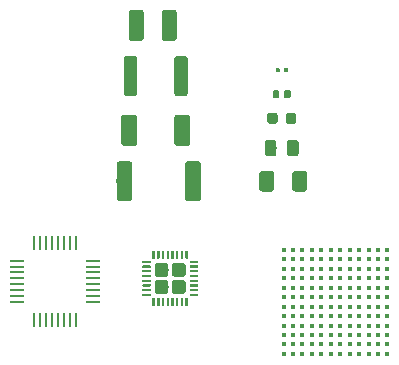
<source format=gbr>
G04 #@! TF.GenerationSoftware,KiCad,Pcbnew,5.0.2-bee76a0~70~ubuntu16.04.1*
G04 #@! TF.CreationDate,2019-03-15T14:41:41+08:00*
G04 #@! TF.ProjectId,noname,6e6f6e61-6d65-42e6-9b69-6361645f7063,rev?*
G04 #@! TF.SameCoordinates,Original*
G04 #@! TF.FileFunction,Paste,Top*
G04 #@! TF.FilePolarity,Positive*
%FSLAX46Y46*%
G04 Gerber Fmt 4.6, Leading zero omitted, Abs format (unit mm)*
G04 Created by KiCad (PCBNEW 5.0.2-bee76a0~70~ubuntu16.04.1) date Friday, 15 March, 2019 02:41:41 PM PST*
%MOMM*%
%LPD*%
G01*
G04 APERTURE LIST*
%ADD10C,0.150000*%
%ADD11C,1.250000*%
%ADD12C,1.350000*%
%ADD13C,1.125000*%
%ADD14C,0.975000*%
%ADD15C,0.875000*%
%ADD16C,0.590000*%
%ADD17C,0.318000*%
%ADD18R,0.280000X1.200000*%
%ADD19R,1.200000X0.280000*%
%ADD20C,0.200000*%
%ADD21C,1.170000*%
%ADD22C,0.400000*%
G04 APERTURE END LIST*
D10*
G04 #@! TO.C,REF\002A\002A*
G36*
X157371504Y-95900204D02*
X157395773Y-95903804D01*
X157419571Y-95909765D01*
X157442671Y-95918030D01*
X157464849Y-95928520D01*
X157485893Y-95941133D01*
X157505598Y-95955747D01*
X157523777Y-95972223D01*
X157540253Y-95990402D01*
X157554867Y-96010107D01*
X157567480Y-96031151D01*
X157577970Y-96053329D01*
X157586235Y-96076429D01*
X157592196Y-96100227D01*
X157595796Y-96124496D01*
X157597000Y-96149000D01*
X157597000Y-97399000D01*
X157595796Y-97423504D01*
X157592196Y-97447773D01*
X157586235Y-97471571D01*
X157577970Y-97494671D01*
X157567480Y-97516849D01*
X157554867Y-97537893D01*
X157540253Y-97557598D01*
X157523777Y-97575777D01*
X157505598Y-97592253D01*
X157485893Y-97606867D01*
X157464849Y-97619480D01*
X157442671Y-97629970D01*
X157419571Y-97638235D01*
X157395773Y-97644196D01*
X157371504Y-97647796D01*
X157347000Y-97649000D01*
X156597000Y-97649000D01*
X156572496Y-97647796D01*
X156548227Y-97644196D01*
X156524429Y-97638235D01*
X156501329Y-97629970D01*
X156479151Y-97619480D01*
X156458107Y-97606867D01*
X156438402Y-97592253D01*
X156420223Y-97575777D01*
X156403747Y-97557598D01*
X156389133Y-97537893D01*
X156376520Y-97516849D01*
X156366030Y-97494671D01*
X156357765Y-97471571D01*
X156351804Y-97447773D01*
X156348204Y-97423504D01*
X156347000Y-97399000D01*
X156347000Y-96149000D01*
X156348204Y-96124496D01*
X156351804Y-96100227D01*
X156357765Y-96076429D01*
X156366030Y-96053329D01*
X156376520Y-96031151D01*
X156389133Y-96010107D01*
X156403747Y-95990402D01*
X156420223Y-95972223D01*
X156438402Y-95955747D01*
X156458107Y-95941133D01*
X156479151Y-95928520D01*
X156501329Y-95918030D01*
X156524429Y-95909765D01*
X156548227Y-95903804D01*
X156572496Y-95900204D01*
X156597000Y-95899000D01*
X157347000Y-95899000D01*
X157371504Y-95900204D01*
X157371504Y-95900204D01*
G37*
D11*
X156972000Y-96774000D03*
D10*
G36*
X154571504Y-95900204D02*
X154595773Y-95903804D01*
X154619571Y-95909765D01*
X154642671Y-95918030D01*
X154664849Y-95928520D01*
X154685893Y-95941133D01*
X154705598Y-95955747D01*
X154723777Y-95972223D01*
X154740253Y-95990402D01*
X154754867Y-96010107D01*
X154767480Y-96031151D01*
X154777970Y-96053329D01*
X154786235Y-96076429D01*
X154792196Y-96100227D01*
X154795796Y-96124496D01*
X154797000Y-96149000D01*
X154797000Y-97399000D01*
X154795796Y-97423504D01*
X154792196Y-97447773D01*
X154786235Y-97471571D01*
X154777970Y-97494671D01*
X154767480Y-97516849D01*
X154754867Y-97537893D01*
X154740253Y-97557598D01*
X154723777Y-97575777D01*
X154705598Y-97592253D01*
X154685893Y-97606867D01*
X154664849Y-97619480D01*
X154642671Y-97629970D01*
X154619571Y-97638235D01*
X154595773Y-97644196D01*
X154571504Y-97647796D01*
X154547000Y-97649000D01*
X153797000Y-97649000D01*
X153772496Y-97647796D01*
X153748227Y-97644196D01*
X153724429Y-97638235D01*
X153701329Y-97629970D01*
X153679151Y-97619480D01*
X153658107Y-97606867D01*
X153638402Y-97592253D01*
X153620223Y-97575777D01*
X153603747Y-97557598D01*
X153589133Y-97537893D01*
X153576520Y-97516849D01*
X153566030Y-97494671D01*
X153557765Y-97471571D01*
X153551804Y-97447773D01*
X153548204Y-97423504D01*
X153547000Y-97399000D01*
X153547000Y-96149000D01*
X153548204Y-96124496D01*
X153551804Y-96100227D01*
X153557765Y-96076429D01*
X153566030Y-96053329D01*
X153576520Y-96031151D01*
X153589133Y-96010107D01*
X153603747Y-95990402D01*
X153620223Y-95972223D01*
X153638402Y-95955747D01*
X153658107Y-95941133D01*
X153679151Y-95928520D01*
X153701329Y-95918030D01*
X153724429Y-95909765D01*
X153748227Y-95903804D01*
X153772496Y-95900204D01*
X153797000Y-95899000D01*
X154547000Y-95899000D01*
X154571504Y-95900204D01*
X154571504Y-95900204D01*
G37*
D11*
X154172000Y-96774000D03*
G04 #@! TD*
D10*
G04 #@! TO.C,REF\002A\002A*
G36*
X148383505Y-95100204D02*
X148407773Y-95103804D01*
X148431572Y-95109765D01*
X148454671Y-95118030D01*
X148476850Y-95128520D01*
X148497893Y-95141132D01*
X148517599Y-95155747D01*
X148535777Y-95172223D01*
X148552253Y-95190401D01*
X148566868Y-95210107D01*
X148579480Y-95231150D01*
X148589970Y-95253329D01*
X148598235Y-95276428D01*
X148604196Y-95300227D01*
X148607796Y-95324495D01*
X148609000Y-95348999D01*
X148609000Y-98199001D01*
X148607796Y-98223505D01*
X148604196Y-98247773D01*
X148598235Y-98271572D01*
X148589970Y-98294671D01*
X148579480Y-98316850D01*
X148566868Y-98337893D01*
X148552253Y-98357599D01*
X148535777Y-98375777D01*
X148517599Y-98392253D01*
X148497893Y-98406868D01*
X148476850Y-98419480D01*
X148454671Y-98429970D01*
X148431572Y-98438235D01*
X148407773Y-98444196D01*
X148383505Y-98447796D01*
X148359001Y-98449000D01*
X147508999Y-98449000D01*
X147484495Y-98447796D01*
X147460227Y-98444196D01*
X147436428Y-98438235D01*
X147413329Y-98429970D01*
X147391150Y-98419480D01*
X147370107Y-98406868D01*
X147350401Y-98392253D01*
X147332223Y-98375777D01*
X147315747Y-98357599D01*
X147301132Y-98337893D01*
X147288520Y-98316850D01*
X147278030Y-98294671D01*
X147269765Y-98271572D01*
X147263804Y-98247773D01*
X147260204Y-98223505D01*
X147259000Y-98199001D01*
X147259000Y-95348999D01*
X147260204Y-95324495D01*
X147263804Y-95300227D01*
X147269765Y-95276428D01*
X147278030Y-95253329D01*
X147288520Y-95231150D01*
X147301132Y-95210107D01*
X147315747Y-95190401D01*
X147332223Y-95172223D01*
X147350401Y-95155747D01*
X147370107Y-95141132D01*
X147391150Y-95128520D01*
X147413329Y-95118030D01*
X147436428Y-95109765D01*
X147460227Y-95103804D01*
X147484495Y-95100204D01*
X147508999Y-95099000D01*
X148359001Y-95099000D01*
X148383505Y-95100204D01*
X148383505Y-95100204D01*
G37*
D12*
X147934000Y-96774000D03*
D10*
G36*
X142583505Y-95100204D02*
X142607773Y-95103804D01*
X142631572Y-95109765D01*
X142654671Y-95118030D01*
X142676850Y-95128520D01*
X142697893Y-95141132D01*
X142717599Y-95155747D01*
X142735777Y-95172223D01*
X142752253Y-95190401D01*
X142766868Y-95210107D01*
X142779480Y-95231150D01*
X142789970Y-95253329D01*
X142798235Y-95276428D01*
X142804196Y-95300227D01*
X142807796Y-95324495D01*
X142809000Y-95348999D01*
X142809000Y-98199001D01*
X142807796Y-98223505D01*
X142804196Y-98247773D01*
X142798235Y-98271572D01*
X142789970Y-98294671D01*
X142779480Y-98316850D01*
X142766868Y-98337893D01*
X142752253Y-98357599D01*
X142735777Y-98375777D01*
X142717599Y-98392253D01*
X142697893Y-98406868D01*
X142676850Y-98419480D01*
X142654671Y-98429970D01*
X142631572Y-98438235D01*
X142607773Y-98444196D01*
X142583505Y-98447796D01*
X142559001Y-98449000D01*
X141708999Y-98449000D01*
X141684495Y-98447796D01*
X141660227Y-98444196D01*
X141636428Y-98438235D01*
X141613329Y-98429970D01*
X141591150Y-98419480D01*
X141570107Y-98406868D01*
X141550401Y-98392253D01*
X141532223Y-98375777D01*
X141515747Y-98357599D01*
X141501132Y-98337893D01*
X141488520Y-98316850D01*
X141478030Y-98294671D01*
X141469765Y-98271572D01*
X141463804Y-98247773D01*
X141460204Y-98223505D01*
X141459000Y-98199001D01*
X141459000Y-95348999D01*
X141460204Y-95324495D01*
X141463804Y-95300227D01*
X141469765Y-95276428D01*
X141478030Y-95253329D01*
X141488520Y-95231150D01*
X141501132Y-95210107D01*
X141515747Y-95190401D01*
X141532223Y-95172223D01*
X141550401Y-95155747D01*
X141570107Y-95141132D01*
X141591150Y-95128520D01*
X141613329Y-95118030D01*
X141636428Y-95109765D01*
X141660227Y-95103804D01*
X141684495Y-95100204D01*
X141708999Y-95099000D01*
X142559001Y-95099000D01*
X142583505Y-95100204D01*
X142583505Y-95100204D01*
G37*
D12*
X142134000Y-96774000D03*
G04 #@! TD*
D10*
G04 #@! TO.C,REF\002A\002A*
G36*
X147479505Y-91132204D02*
X147503773Y-91135804D01*
X147527572Y-91141765D01*
X147550671Y-91150030D01*
X147572850Y-91160520D01*
X147593893Y-91173132D01*
X147613599Y-91187747D01*
X147631777Y-91204223D01*
X147648253Y-91222401D01*
X147662868Y-91242107D01*
X147675480Y-91263150D01*
X147685970Y-91285329D01*
X147694235Y-91308428D01*
X147700196Y-91332227D01*
X147703796Y-91356495D01*
X147705000Y-91380999D01*
X147705000Y-93531001D01*
X147703796Y-93555505D01*
X147700196Y-93579773D01*
X147694235Y-93603572D01*
X147685970Y-93626671D01*
X147675480Y-93648850D01*
X147662868Y-93669893D01*
X147648253Y-93689599D01*
X147631777Y-93707777D01*
X147613599Y-93724253D01*
X147593893Y-93738868D01*
X147572850Y-93751480D01*
X147550671Y-93761970D01*
X147527572Y-93770235D01*
X147503773Y-93776196D01*
X147479505Y-93779796D01*
X147455001Y-93781000D01*
X146604999Y-93781000D01*
X146580495Y-93779796D01*
X146556227Y-93776196D01*
X146532428Y-93770235D01*
X146509329Y-93761970D01*
X146487150Y-93751480D01*
X146466107Y-93738868D01*
X146446401Y-93724253D01*
X146428223Y-93707777D01*
X146411747Y-93689599D01*
X146397132Y-93669893D01*
X146384520Y-93648850D01*
X146374030Y-93626671D01*
X146365765Y-93603572D01*
X146359804Y-93579773D01*
X146356204Y-93555505D01*
X146355000Y-93531001D01*
X146355000Y-91380999D01*
X146356204Y-91356495D01*
X146359804Y-91332227D01*
X146365765Y-91308428D01*
X146374030Y-91285329D01*
X146384520Y-91263150D01*
X146397132Y-91242107D01*
X146411747Y-91222401D01*
X146428223Y-91204223D01*
X146446401Y-91187747D01*
X146466107Y-91173132D01*
X146487150Y-91160520D01*
X146509329Y-91150030D01*
X146532428Y-91141765D01*
X146556227Y-91135804D01*
X146580495Y-91132204D01*
X146604999Y-91131000D01*
X147455001Y-91131000D01*
X147479505Y-91132204D01*
X147479505Y-91132204D01*
G37*
D12*
X147030000Y-92456000D03*
D10*
G36*
X142979505Y-91132204D02*
X143003773Y-91135804D01*
X143027572Y-91141765D01*
X143050671Y-91150030D01*
X143072850Y-91160520D01*
X143093893Y-91173132D01*
X143113599Y-91187747D01*
X143131777Y-91204223D01*
X143148253Y-91222401D01*
X143162868Y-91242107D01*
X143175480Y-91263150D01*
X143185970Y-91285329D01*
X143194235Y-91308428D01*
X143200196Y-91332227D01*
X143203796Y-91356495D01*
X143205000Y-91380999D01*
X143205000Y-93531001D01*
X143203796Y-93555505D01*
X143200196Y-93579773D01*
X143194235Y-93603572D01*
X143185970Y-93626671D01*
X143175480Y-93648850D01*
X143162868Y-93669893D01*
X143148253Y-93689599D01*
X143131777Y-93707777D01*
X143113599Y-93724253D01*
X143093893Y-93738868D01*
X143072850Y-93751480D01*
X143050671Y-93761970D01*
X143027572Y-93770235D01*
X143003773Y-93776196D01*
X142979505Y-93779796D01*
X142955001Y-93781000D01*
X142104999Y-93781000D01*
X142080495Y-93779796D01*
X142056227Y-93776196D01*
X142032428Y-93770235D01*
X142009329Y-93761970D01*
X141987150Y-93751480D01*
X141966107Y-93738868D01*
X141946401Y-93724253D01*
X141928223Y-93707777D01*
X141911747Y-93689599D01*
X141897132Y-93669893D01*
X141884520Y-93648850D01*
X141874030Y-93626671D01*
X141865765Y-93603572D01*
X141859804Y-93579773D01*
X141856204Y-93555505D01*
X141855000Y-93531001D01*
X141855000Y-91380999D01*
X141856204Y-91356495D01*
X141859804Y-91332227D01*
X141865765Y-91308428D01*
X141874030Y-91285329D01*
X141884520Y-91263150D01*
X141897132Y-91242107D01*
X141911747Y-91222401D01*
X141928223Y-91204223D01*
X141946401Y-91187747D01*
X141966107Y-91173132D01*
X141987150Y-91160520D01*
X142009329Y-91150030D01*
X142032428Y-91141765D01*
X142056227Y-91135804D01*
X142080495Y-91132204D01*
X142104999Y-91131000D01*
X142955001Y-91131000D01*
X142979505Y-91132204D01*
X142979505Y-91132204D01*
G37*
D12*
X142530000Y-92456000D03*
G04 #@! TD*
D10*
G04 #@! TO.C,REF\002A\002A*
G36*
X147254505Y-86185204D02*
X147278773Y-86188804D01*
X147302572Y-86194765D01*
X147325671Y-86203030D01*
X147347850Y-86213520D01*
X147368893Y-86226132D01*
X147388599Y-86240747D01*
X147406777Y-86257223D01*
X147423253Y-86275401D01*
X147437868Y-86295107D01*
X147450480Y-86316150D01*
X147460970Y-86338329D01*
X147469235Y-86361428D01*
X147475196Y-86385227D01*
X147478796Y-86409495D01*
X147480000Y-86433999D01*
X147480000Y-89334001D01*
X147478796Y-89358505D01*
X147475196Y-89382773D01*
X147469235Y-89406572D01*
X147460970Y-89429671D01*
X147450480Y-89451850D01*
X147437868Y-89472893D01*
X147423253Y-89492599D01*
X147406777Y-89510777D01*
X147388599Y-89527253D01*
X147368893Y-89541868D01*
X147347850Y-89554480D01*
X147325671Y-89564970D01*
X147302572Y-89573235D01*
X147278773Y-89579196D01*
X147254505Y-89582796D01*
X147230001Y-89584000D01*
X146604999Y-89584000D01*
X146580495Y-89582796D01*
X146556227Y-89579196D01*
X146532428Y-89573235D01*
X146509329Y-89564970D01*
X146487150Y-89554480D01*
X146466107Y-89541868D01*
X146446401Y-89527253D01*
X146428223Y-89510777D01*
X146411747Y-89492599D01*
X146397132Y-89472893D01*
X146384520Y-89451850D01*
X146374030Y-89429671D01*
X146365765Y-89406572D01*
X146359804Y-89382773D01*
X146356204Y-89358505D01*
X146355000Y-89334001D01*
X146355000Y-86433999D01*
X146356204Y-86409495D01*
X146359804Y-86385227D01*
X146365765Y-86361428D01*
X146374030Y-86338329D01*
X146384520Y-86316150D01*
X146397132Y-86295107D01*
X146411747Y-86275401D01*
X146428223Y-86257223D01*
X146446401Y-86240747D01*
X146466107Y-86226132D01*
X146487150Y-86213520D01*
X146509329Y-86203030D01*
X146532428Y-86194765D01*
X146556227Y-86188804D01*
X146580495Y-86185204D01*
X146604999Y-86184000D01*
X147230001Y-86184000D01*
X147254505Y-86185204D01*
X147254505Y-86185204D01*
G37*
D13*
X146917500Y-87884000D03*
D10*
G36*
X142979505Y-86185204D02*
X143003773Y-86188804D01*
X143027572Y-86194765D01*
X143050671Y-86203030D01*
X143072850Y-86213520D01*
X143093893Y-86226132D01*
X143113599Y-86240747D01*
X143131777Y-86257223D01*
X143148253Y-86275401D01*
X143162868Y-86295107D01*
X143175480Y-86316150D01*
X143185970Y-86338329D01*
X143194235Y-86361428D01*
X143200196Y-86385227D01*
X143203796Y-86409495D01*
X143205000Y-86433999D01*
X143205000Y-89334001D01*
X143203796Y-89358505D01*
X143200196Y-89382773D01*
X143194235Y-89406572D01*
X143185970Y-89429671D01*
X143175480Y-89451850D01*
X143162868Y-89472893D01*
X143148253Y-89492599D01*
X143131777Y-89510777D01*
X143113599Y-89527253D01*
X143093893Y-89541868D01*
X143072850Y-89554480D01*
X143050671Y-89564970D01*
X143027572Y-89573235D01*
X143003773Y-89579196D01*
X142979505Y-89582796D01*
X142955001Y-89584000D01*
X142329999Y-89584000D01*
X142305495Y-89582796D01*
X142281227Y-89579196D01*
X142257428Y-89573235D01*
X142234329Y-89564970D01*
X142212150Y-89554480D01*
X142191107Y-89541868D01*
X142171401Y-89527253D01*
X142153223Y-89510777D01*
X142136747Y-89492599D01*
X142122132Y-89472893D01*
X142109520Y-89451850D01*
X142099030Y-89429671D01*
X142090765Y-89406572D01*
X142084804Y-89382773D01*
X142081204Y-89358505D01*
X142080000Y-89334001D01*
X142080000Y-86433999D01*
X142081204Y-86409495D01*
X142084804Y-86385227D01*
X142090765Y-86361428D01*
X142099030Y-86338329D01*
X142109520Y-86316150D01*
X142122132Y-86295107D01*
X142136747Y-86275401D01*
X142153223Y-86257223D01*
X142171401Y-86240747D01*
X142191107Y-86226132D01*
X142212150Y-86213520D01*
X142234329Y-86203030D01*
X142257428Y-86194765D01*
X142281227Y-86188804D01*
X142305495Y-86185204D01*
X142329999Y-86184000D01*
X142955001Y-86184000D01*
X142979505Y-86185204D01*
X142979505Y-86185204D01*
G37*
D13*
X142642500Y-87884000D03*
G04 #@! TD*
D10*
G04 #@! TO.C,REF\002A\002A*
G36*
X146325504Y-82242204D02*
X146349773Y-82245804D01*
X146373571Y-82251765D01*
X146396671Y-82260030D01*
X146418849Y-82270520D01*
X146439893Y-82283133D01*
X146459598Y-82297747D01*
X146477777Y-82314223D01*
X146494253Y-82332402D01*
X146508867Y-82352107D01*
X146521480Y-82373151D01*
X146531970Y-82395329D01*
X146540235Y-82418429D01*
X146546196Y-82442227D01*
X146549796Y-82466496D01*
X146551000Y-82491000D01*
X146551000Y-84641000D01*
X146549796Y-84665504D01*
X146546196Y-84689773D01*
X146540235Y-84713571D01*
X146531970Y-84736671D01*
X146521480Y-84758849D01*
X146508867Y-84779893D01*
X146494253Y-84799598D01*
X146477777Y-84817777D01*
X146459598Y-84834253D01*
X146439893Y-84848867D01*
X146418849Y-84861480D01*
X146396671Y-84871970D01*
X146373571Y-84880235D01*
X146349773Y-84886196D01*
X146325504Y-84889796D01*
X146301000Y-84891000D01*
X145551000Y-84891000D01*
X145526496Y-84889796D01*
X145502227Y-84886196D01*
X145478429Y-84880235D01*
X145455329Y-84871970D01*
X145433151Y-84861480D01*
X145412107Y-84848867D01*
X145392402Y-84834253D01*
X145374223Y-84817777D01*
X145357747Y-84799598D01*
X145343133Y-84779893D01*
X145330520Y-84758849D01*
X145320030Y-84736671D01*
X145311765Y-84713571D01*
X145305804Y-84689773D01*
X145302204Y-84665504D01*
X145301000Y-84641000D01*
X145301000Y-82491000D01*
X145302204Y-82466496D01*
X145305804Y-82442227D01*
X145311765Y-82418429D01*
X145320030Y-82395329D01*
X145330520Y-82373151D01*
X145343133Y-82352107D01*
X145357747Y-82332402D01*
X145374223Y-82314223D01*
X145392402Y-82297747D01*
X145412107Y-82283133D01*
X145433151Y-82270520D01*
X145455329Y-82260030D01*
X145478429Y-82251765D01*
X145502227Y-82245804D01*
X145526496Y-82242204D01*
X145551000Y-82241000D01*
X146301000Y-82241000D01*
X146325504Y-82242204D01*
X146325504Y-82242204D01*
G37*
D11*
X145926000Y-83566000D03*
D10*
G36*
X143525504Y-82242204D02*
X143549773Y-82245804D01*
X143573571Y-82251765D01*
X143596671Y-82260030D01*
X143618849Y-82270520D01*
X143639893Y-82283133D01*
X143659598Y-82297747D01*
X143677777Y-82314223D01*
X143694253Y-82332402D01*
X143708867Y-82352107D01*
X143721480Y-82373151D01*
X143731970Y-82395329D01*
X143740235Y-82418429D01*
X143746196Y-82442227D01*
X143749796Y-82466496D01*
X143751000Y-82491000D01*
X143751000Y-84641000D01*
X143749796Y-84665504D01*
X143746196Y-84689773D01*
X143740235Y-84713571D01*
X143731970Y-84736671D01*
X143721480Y-84758849D01*
X143708867Y-84779893D01*
X143694253Y-84799598D01*
X143677777Y-84817777D01*
X143659598Y-84834253D01*
X143639893Y-84848867D01*
X143618849Y-84861480D01*
X143596671Y-84871970D01*
X143573571Y-84880235D01*
X143549773Y-84886196D01*
X143525504Y-84889796D01*
X143501000Y-84891000D01*
X142751000Y-84891000D01*
X142726496Y-84889796D01*
X142702227Y-84886196D01*
X142678429Y-84880235D01*
X142655329Y-84871970D01*
X142633151Y-84861480D01*
X142612107Y-84848867D01*
X142592402Y-84834253D01*
X142574223Y-84817777D01*
X142557747Y-84799598D01*
X142543133Y-84779893D01*
X142530520Y-84758849D01*
X142520030Y-84736671D01*
X142511765Y-84713571D01*
X142505804Y-84689773D01*
X142502204Y-84665504D01*
X142501000Y-84641000D01*
X142501000Y-82491000D01*
X142502204Y-82466496D01*
X142505804Y-82442227D01*
X142511765Y-82418429D01*
X142520030Y-82395329D01*
X142530520Y-82373151D01*
X142543133Y-82352107D01*
X142557747Y-82332402D01*
X142574223Y-82314223D01*
X142592402Y-82297747D01*
X142612107Y-82283133D01*
X142633151Y-82270520D01*
X142655329Y-82260030D01*
X142678429Y-82251765D01*
X142702227Y-82245804D01*
X142726496Y-82242204D01*
X142751000Y-82241000D01*
X143501000Y-82241000D01*
X143525504Y-82242204D01*
X143525504Y-82242204D01*
G37*
D11*
X143126000Y-83566000D03*
G04 #@! TD*
D10*
G04 #@! TO.C,REF\002A\002A*
G36*
X156653142Y-93281174D02*
X156676803Y-93284684D01*
X156700007Y-93290496D01*
X156722529Y-93298554D01*
X156744153Y-93308782D01*
X156764670Y-93321079D01*
X156783883Y-93335329D01*
X156801607Y-93351393D01*
X156817671Y-93369117D01*
X156831921Y-93388330D01*
X156844218Y-93408847D01*
X156854446Y-93430471D01*
X156862504Y-93452993D01*
X156868316Y-93476197D01*
X156871826Y-93499858D01*
X156873000Y-93523750D01*
X156873000Y-94436250D01*
X156871826Y-94460142D01*
X156868316Y-94483803D01*
X156862504Y-94507007D01*
X156854446Y-94529529D01*
X156844218Y-94551153D01*
X156831921Y-94571670D01*
X156817671Y-94590883D01*
X156801607Y-94608607D01*
X156783883Y-94624671D01*
X156764670Y-94638921D01*
X156744153Y-94651218D01*
X156722529Y-94661446D01*
X156700007Y-94669504D01*
X156676803Y-94675316D01*
X156653142Y-94678826D01*
X156629250Y-94680000D01*
X156141750Y-94680000D01*
X156117858Y-94678826D01*
X156094197Y-94675316D01*
X156070993Y-94669504D01*
X156048471Y-94661446D01*
X156026847Y-94651218D01*
X156006330Y-94638921D01*
X155987117Y-94624671D01*
X155969393Y-94608607D01*
X155953329Y-94590883D01*
X155939079Y-94571670D01*
X155926782Y-94551153D01*
X155916554Y-94529529D01*
X155908496Y-94507007D01*
X155902684Y-94483803D01*
X155899174Y-94460142D01*
X155898000Y-94436250D01*
X155898000Y-93523750D01*
X155899174Y-93499858D01*
X155902684Y-93476197D01*
X155908496Y-93452993D01*
X155916554Y-93430471D01*
X155926782Y-93408847D01*
X155939079Y-93388330D01*
X155953329Y-93369117D01*
X155969393Y-93351393D01*
X155987117Y-93335329D01*
X156006330Y-93321079D01*
X156026847Y-93308782D01*
X156048471Y-93298554D01*
X156070993Y-93290496D01*
X156094197Y-93284684D01*
X156117858Y-93281174D01*
X156141750Y-93280000D01*
X156629250Y-93280000D01*
X156653142Y-93281174D01*
X156653142Y-93281174D01*
G37*
D14*
X156385500Y-93980000D03*
D10*
G36*
X154778142Y-93281174D02*
X154801803Y-93284684D01*
X154825007Y-93290496D01*
X154847529Y-93298554D01*
X154869153Y-93308782D01*
X154889670Y-93321079D01*
X154908883Y-93335329D01*
X154926607Y-93351393D01*
X154942671Y-93369117D01*
X154956921Y-93388330D01*
X154969218Y-93408847D01*
X154979446Y-93430471D01*
X154987504Y-93452993D01*
X154993316Y-93476197D01*
X154996826Y-93499858D01*
X154998000Y-93523750D01*
X154998000Y-94436250D01*
X154996826Y-94460142D01*
X154993316Y-94483803D01*
X154987504Y-94507007D01*
X154979446Y-94529529D01*
X154969218Y-94551153D01*
X154956921Y-94571670D01*
X154942671Y-94590883D01*
X154926607Y-94608607D01*
X154908883Y-94624671D01*
X154889670Y-94638921D01*
X154869153Y-94651218D01*
X154847529Y-94661446D01*
X154825007Y-94669504D01*
X154801803Y-94675316D01*
X154778142Y-94678826D01*
X154754250Y-94680000D01*
X154266750Y-94680000D01*
X154242858Y-94678826D01*
X154219197Y-94675316D01*
X154195993Y-94669504D01*
X154173471Y-94661446D01*
X154151847Y-94651218D01*
X154131330Y-94638921D01*
X154112117Y-94624671D01*
X154094393Y-94608607D01*
X154078329Y-94590883D01*
X154064079Y-94571670D01*
X154051782Y-94551153D01*
X154041554Y-94529529D01*
X154033496Y-94507007D01*
X154027684Y-94483803D01*
X154024174Y-94460142D01*
X154023000Y-94436250D01*
X154023000Y-93523750D01*
X154024174Y-93499858D01*
X154027684Y-93476197D01*
X154033496Y-93452993D01*
X154041554Y-93430471D01*
X154051782Y-93408847D01*
X154064079Y-93388330D01*
X154078329Y-93369117D01*
X154094393Y-93351393D01*
X154112117Y-93335329D01*
X154131330Y-93321079D01*
X154151847Y-93308782D01*
X154173471Y-93298554D01*
X154195993Y-93290496D01*
X154219197Y-93284684D01*
X154242858Y-93281174D01*
X154266750Y-93280000D01*
X154754250Y-93280000D01*
X154778142Y-93281174D01*
X154778142Y-93281174D01*
G37*
D14*
X154510500Y-93980000D03*
G04 #@! TD*
D10*
G04 #@! TO.C,REF\002A\002A*
G36*
X156475691Y-90966053D02*
X156496926Y-90969203D01*
X156517750Y-90974419D01*
X156537962Y-90981651D01*
X156557368Y-90990830D01*
X156575781Y-91001866D01*
X156593024Y-91014654D01*
X156608930Y-91029070D01*
X156623346Y-91044976D01*
X156636134Y-91062219D01*
X156647170Y-91080632D01*
X156656349Y-91100038D01*
X156663581Y-91120250D01*
X156668797Y-91141074D01*
X156671947Y-91162309D01*
X156673000Y-91183750D01*
X156673000Y-91696250D01*
X156671947Y-91717691D01*
X156668797Y-91738926D01*
X156663581Y-91759750D01*
X156656349Y-91779962D01*
X156647170Y-91799368D01*
X156636134Y-91817781D01*
X156623346Y-91835024D01*
X156608930Y-91850930D01*
X156593024Y-91865346D01*
X156575781Y-91878134D01*
X156557368Y-91889170D01*
X156537962Y-91898349D01*
X156517750Y-91905581D01*
X156496926Y-91910797D01*
X156475691Y-91913947D01*
X156454250Y-91915000D01*
X156016750Y-91915000D01*
X155995309Y-91913947D01*
X155974074Y-91910797D01*
X155953250Y-91905581D01*
X155933038Y-91898349D01*
X155913632Y-91889170D01*
X155895219Y-91878134D01*
X155877976Y-91865346D01*
X155862070Y-91850930D01*
X155847654Y-91835024D01*
X155834866Y-91817781D01*
X155823830Y-91799368D01*
X155814651Y-91779962D01*
X155807419Y-91759750D01*
X155802203Y-91738926D01*
X155799053Y-91717691D01*
X155798000Y-91696250D01*
X155798000Y-91183750D01*
X155799053Y-91162309D01*
X155802203Y-91141074D01*
X155807419Y-91120250D01*
X155814651Y-91100038D01*
X155823830Y-91080632D01*
X155834866Y-91062219D01*
X155847654Y-91044976D01*
X155862070Y-91029070D01*
X155877976Y-91014654D01*
X155895219Y-91001866D01*
X155913632Y-90990830D01*
X155933038Y-90981651D01*
X155953250Y-90974419D01*
X155974074Y-90969203D01*
X155995309Y-90966053D01*
X156016750Y-90965000D01*
X156454250Y-90965000D01*
X156475691Y-90966053D01*
X156475691Y-90966053D01*
G37*
D15*
X156235500Y-91440000D03*
D10*
G36*
X154900691Y-90966053D02*
X154921926Y-90969203D01*
X154942750Y-90974419D01*
X154962962Y-90981651D01*
X154982368Y-90990830D01*
X155000781Y-91001866D01*
X155018024Y-91014654D01*
X155033930Y-91029070D01*
X155048346Y-91044976D01*
X155061134Y-91062219D01*
X155072170Y-91080632D01*
X155081349Y-91100038D01*
X155088581Y-91120250D01*
X155093797Y-91141074D01*
X155096947Y-91162309D01*
X155098000Y-91183750D01*
X155098000Y-91696250D01*
X155096947Y-91717691D01*
X155093797Y-91738926D01*
X155088581Y-91759750D01*
X155081349Y-91779962D01*
X155072170Y-91799368D01*
X155061134Y-91817781D01*
X155048346Y-91835024D01*
X155033930Y-91850930D01*
X155018024Y-91865346D01*
X155000781Y-91878134D01*
X154982368Y-91889170D01*
X154962962Y-91898349D01*
X154942750Y-91905581D01*
X154921926Y-91910797D01*
X154900691Y-91913947D01*
X154879250Y-91915000D01*
X154441750Y-91915000D01*
X154420309Y-91913947D01*
X154399074Y-91910797D01*
X154378250Y-91905581D01*
X154358038Y-91898349D01*
X154338632Y-91889170D01*
X154320219Y-91878134D01*
X154302976Y-91865346D01*
X154287070Y-91850930D01*
X154272654Y-91835024D01*
X154259866Y-91817781D01*
X154248830Y-91799368D01*
X154239651Y-91779962D01*
X154232419Y-91759750D01*
X154227203Y-91738926D01*
X154224053Y-91717691D01*
X154223000Y-91696250D01*
X154223000Y-91183750D01*
X154224053Y-91162309D01*
X154227203Y-91141074D01*
X154232419Y-91120250D01*
X154239651Y-91100038D01*
X154248830Y-91080632D01*
X154259866Y-91062219D01*
X154272654Y-91044976D01*
X154287070Y-91029070D01*
X154302976Y-91014654D01*
X154320219Y-91001866D01*
X154338632Y-90990830D01*
X154358038Y-90981651D01*
X154378250Y-90974419D01*
X154399074Y-90969203D01*
X154420309Y-90966053D01*
X154441750Y-90965000D01*
X154879250Y-90965000D01*
X154900691Y-90966053D01*
X154900691Y-90966053D01*
G37*
D15*
X154660500Y-91440000D03*
G04 #@! TD*
D10*
G04 #@! TO.C,REF\002A\002A*
G36*
X156094958Y-89088710D02*
X156109276Y-89090834D01*
X156123317Y-89094351D01*
X156136946Y-89099228D01*
X156150031Y-89105417D01*
X156162447Y-89112858D01*
X156174073Y-89121481D01*
X156184798Y-89131202D01*
X156194519Y-89141927D01*
X156203142Y-89153553D01*
X156210583Y-89165969D01*
X156216772Y-89179054D01*
X156221649Y-89192683D01*
X156225166Y-89206724D01*
X156227290Y-89221042D01*
X156228000Y-89235500D01*
X156228000Y-89580500D01*
X156227290Y-89594958D01*
X156225166Y-89609276D01*
X156221649Y-89623317D01*
X156216772Y-89636946D01*
X156210583Y-89650031D01*
X156203142Y-89662447D01*
X156194519Y-89674073D01*
X156184798Y-89684798D01*
X156174073Y-89694519D01*
X156162447Y-89703142D01*
X156150031Y-89710583D01*
X156136946Y-89716772D01*
X156123317Y-89721649D01*
X156109276Y-89725166D01*
X156094958Y-89727290D01*
X156080500Y-89728000D01*
X155785500Y-89728000D01*
X155771042Y-89727290D01*
X155756724Y-89725166D01*
X155742683Y-89721649D01*
X155729054Y-89716772D01*
X155715969Y-89710583D01*
X155703553Y-89703142D01*
X155691927Y-89694519D01*
X155681202Y-89684798D01*
X155671481Y-89674073D01*
X155662858Y-89662447D01*
X155655417Y-89650031D01*
X155649228Y-89636946D01*
X155644351Y-89623317D01*
X155640834Y-89609276D01*
X155638710Y-89594958D01*
X155638000Y-89580500D01*
X155638000Y-89235500D01*
X155638710Y-89221042D01*
X155640834Y-89206724D01*
X155644351Y-89192683D01*
X155649228Y-89179054D01*
X155655417Y-89165969D01*
X155662858Y-89153553D01*
X155671481Y-89141927D01*
X155681202Y-89131202D01*
X155691927Y-89121481D01*
X155703553Y-89112858D01*
X155715969Y-89105417D01*
X155729054Y-89099228D01*
X155742683Y-89094351D01*
X155756724Y-89090834D01*
X155771042Y-89088710D01*
X155785500Y-89088000D01*
X156080500Y-89088000D01*
X156094958Y-89088710D01*
X156094958Y-89088710D01*
G37*
D16*
X155933000Y-89408000D03*
D10*
G36*
X155124958Y-89088710D02*
X155139276Y-89090834D01*
X155153317Y-89094351D01*
X155166946Y-89099228D01*
X155180031Y-89105417D01*
X155192447Y-89112858D01*
X155204073Y-89121481D01*
X155214798Y-89131202D01*
X155224519Y-89141927D01*
X155233142Y-89153553D01*
X155240583Y-89165969D01*
X155246772Y-89179054D01*
X155251649Y-89192683D01*
X155255166Y-89206724D01*
X155257290Y-89221042D01*
X155258000Y-89235500D01*
X155258000Y-89580500D01*
X155257290Y-89594958D01*
X155255166Y-89609276D01*
X155251649Y-89623317D01*
X155246772Y-89636946D01*
X155240583Y-89650031D01*
X155233142Y-89662447D01*
X155224519Y-89674073D01*
X155214798Y-89684798D01*
X155204073Y-89694519D01*
X155192447Y-89703142D01*
X155180031Y-89710583D01*
X155166946Y-89716772D01*
X155153317Y-89721649D01*
X155139276Y-89725166D01*
X155124958Y-89727290D01*
X155110500Y-89728000D01*
X154815500Y-89728000D01*
X154801042Y-89727290D01*
X154786724Y-89725166D01*
X154772683Y-89721649D01*
X154759054Y-89716772D01*
X154745969Y-89710583D01*
X154733553Y-89703142D01*
X154721927Y-89694519D01*
X154711202Y-89684798D01*
X154701481Y-89674073D01*
X154692858Y-89662447D01*
X154685417Y-89650031D01*
X154679228Y-89636946D01*
X154674351Y-89623317D01*
X154670834Y-89609276D01*
X154668710Y-89594958D01*
X154668000Y-89580500D01*
X154668000Y-89235500D01*
X154668710Y-89221042D01*
X154670834Y-89206724D01*
X154674351Y-89192683D01*
X154679228Y-89179054D01*
X154685417Y-89165969D01*
X154692858Y-89153553D01*
X154701481Y-89141927D01*
X154711202Y-89131202D01*
X154721927Y-89121481D01*
X154733553Y-89112858D01*
X154745969Y-89105417D01*
X154759054Y-89099228D01*
X154772683Y-89094351D01*
X154786724Y-89090834D01*
X154801042Y-89088710D01*
X154815500Y-89088000D01*
X155110500Y-89088000D01*
X155124958Y-89088710D01*
X155124958Y-89088710D01*
G37*
D16*
X154963000Y-89408000D03*
G04 #@! TD*
D10*
G04 #@! TO.C,REF\002A\002A*
G36*
X155880292Y-87196383D02*
X155888010Y-87197528D01*
X155895578Y-87199423D01*
X155902923Y-87202052D01*
X155909976Y-87205387D01*
X155916668Y-87209398D01*
X155922934Y-87214046D01*
X155928715Y-87219285D01*
X155933954Y-87225066D01*
X155938602Y-87231332D01*
X155942613Y-87238024D01*
X155945948Y-87245077D01*
X155948577Y-87252422D01*
X155950472Y-87259990D01*
X155951617Y-87267708D01*
X155952000Y-87275500D01*
X155952000Y-87476500D01*
X155951617Y-87484292D01*
X155950472Y-87492010D01*
X155948577Y-87499578D01*
X155945948Y-87506923D01*
X155942613Y-87513976D01*
X155938602Y-87520668D01*
X155933954Y-87526934D01*
X155928715Y-87532715D01*
X155922934Y-87537954D01*
X155916668Y-87542602D01*
X155909976Y-87546613D01*
X155902923Y-87549948D01*
X155895578Y-87552577D01*
X155888010Y-87554472D01*
X155880292Y-87555617D01*
X155872500Y-87556000D01*
X155713500Y-87556000D01*
X155705708Y-87555617D01*
X155697990Y-87554472D01*
X155690422Y-87552577D01*
X155683077Y-87549948D01*
X155676024Y-87546613D01*
X155669332Y-87542602D01*
X155663066Y-87537954D01*
X155657285Y-87532715D01*
X155652046Y-87526934D01*
X155647398Y-87520668D01*
X155643387Y-87513976D01*
X155640052Y-87506923D01*
X155637423Y-87499578D01*
X155635528Y-87492010D01*
X155634383Y-87484292D01*
X155634000Y-87476500D01*
X155634000Y-87275500D01*
X155634383Y-87267708D01*
X155635528Y-87259990D01*
X155637423Y-87252422D01*
X155640052Y-87245077D01*
X155643387Y-87238024D01*
X155647398Y-87231332D01*
X155652046Y-87225066D01*
X155657285Y-87219285D01*
X155663066Y-87214046D01*
X155669332Y-87209398D01*
X155676024Y-87205387D01*
X155683077Y-87202052D01*
X155690422Y-87199423D01*
X155697990Y-87197528D01*
X155705708Y-87196383D01*
X155713500Y-87196000D01*
X155872500Y-87196000D01*
X155880292Y-87196383D01*
X155880292Y-87196383D01*
G37*
D17*
X155793000Y-87376000D03*
D10*
G36*
X155190292Y-87196383D02*
X155198010Y-87197528D01*
X155205578Y-87199423D01*
X155212923Y-87202052D01*
X155219976Y-87205387D01*
X155226668Y-87209398D01*
X155232934Y-87214046D01*
X155238715Y-87219285D01*
X155243954Y-87225066D01*
X155248602Y-87231332D01*
X155252613Y-87238024D01*
X155255948Y-87245077D01*
X155258577Y-87252422D01*
X155260472Y-87259990D01*
X155261617Y-87267708D01*
X155262000Y-87275500D01*
X155262000Y-87476500D01*
X155261617Y-87484292D01*
X155260472Y-87492010D01*
X155258577Y-87499578D01*
X155255948Y-87506923D01*
X155252613Y-87513976D01*
X155248602Y-87520668D01*
X155243954Y-87526934D01*
X155238715Y-87532715D01*
X155232934Y-87537954D01*
X155226668Y-87542602D01*
X155219976Y-87546613D01*
X155212923Y-87549948D01*
X155205578Y-87552577D01*
X155198010Y-87554472D01*
X155190292Y-87555617D01*
X155182500Y-87556000D01*
X155023500Y-87556000D01*
X155015708Y-87555617D01*
X155007990Y-87554472D01*
X155000422Y-87552577D01*
X154993077Y-87549948D01*
X154986024Y-87546613D01*
X154979332Y-87542602D01*
X154973066Y-87537954D01*
X154967285Y-87532715D01*
X154962046Y-87526934D01*
X154957398Y-87520668D01*
X154953387Y-87513976D01*
X154950052Y-87506923D01*
X154947423Y-87499578D01*
X154945528Y-87492010D01*
X154944383Y-87484292D01*
X154944000Y-87476500D01*
X154944000Y-87275500D01*
X154944383Y-87267708D01*
X154945528Y-87259990D01*
X154947423Y-87252422D01*
X154950052Y-87245077D01*
X154953387Y-87238024D01*
X154957398Y-87231332D01*
X154962046Y-87225066D01*
X154967285Y-87219285D01*
X154973066Y-87214046D01*
X154979332Y-87209398D01*
X154986024Y-87205387D01*
X154993077Y-87202052D01*
X155000422Y-87199423D01*
X155007990Y-87197528D01*
X155015708Y-87196383D01*
X155023500Y-87196000D01*
X155182500Y-87196000D01*
X155190292Y-87196383D01*
X155190292Y-87196383D01*
G37*
D17*
X155103000Y-87376000D03*
G04 #@! TD*
D18*
G04 #@! TO.C,REF\002A\002A*
X134500000Y-102000000D03*
X135000000Y-102000000D03*
X135500000Y-102000000D03*
X136000000Y-102000000D03*
X136500000Y-102000000D03*
X137000000Y-102000000D03*
X137500000Y-102000000D03*
X138000000Y-102000000D03*
D19*
X139500000Y-103500000D03*
X139500000Y-104000000D03*
X139500000Y-104500000D03*
X139500000Y-105000000D03*
X139500000Y-105500000D03*
X139500000Y-106000000D03*
X139500000Y-106500000D03*
X139500000Y-107000000D03*
D18*
X138000000Y-108500000D03*
X137500000Y-108500000D03*
X137000000Y-108500000D03*
X136500000Y-108500000D03*
X136000000Y-108500000D03*
X135500000Y-108500000D03*
X135000000Y-108500000D03*
X134500000Y-108500000D03*
D19*
X133000000Y-107000000D03*
X133000000Y-106500000D03*
X133000000Y-106000000D03*
X133000000Y-105500000D03*
X133000000Y-105000000D03*
X133000000Y-104500000D03*
X133000000Y-104000000D03*
X133000000Y-103500000D03*
G04 #@! TD*
D10*
G04 #@! TO.C,REF\002A\002A*
G36*
X144654901Y-102650241D02*
X144659755Y-102650961D01*
X144664514Y-102652153D01*
X144669134Y-102653806D01*
X144673570Y-102655904D01*
X144677779Y-102658427D01*
X144681720Y-102661349D01*
X144685355Y-102664645D01*
X144688651Y-102668280D01*
X144691573Y-102672221D01*
X144694096Y-102676430D01*
X144696194Y-102680866D01*
X144697847Y-102685486D01*
X144699039Y-102690245D01*
X144699759Y-102695099D01*
X144700000Y-102700000D01*
X144700000Y-103300000D01*
X144699759Y-103304901D01*
X144699039Y-103309755D01*
X144697847Y-103314514D01*
X144696194Y-103319134D01*
X144694096Y-103323570D01*
X144691573Y-103327779D01*
X144688651Y-103331720D01*
X144685355Y-103335355D01*
X144681720Y-103338651D01*
X144677779Y-103341573D01*
X144673570Y-103344096D01*
X144669134Y-103346194D01*
X144664514Y-103347847D01*
X144659755Y-103349039D01*
X144654901Y-103349759D01*
X144650000Y-103350000D01*
X144550000Y-103350000D01*
X144545099Y-103349759D01*
X144540245Y-103349039D01*
X144535486Y-103347847D01*
X144530866Y-103346194D01*
X144526430Y-103344096D01*
X144522221Y-103341573D01*
X144518280Y-103338651D01*
X144514645Y-103335355D01*
X144511349Y-103331720D01*
X144508427Y-103327779D01*
X144505904Y-103323570D01*
X144503806Y-103319134D01*
X144502153Y-103314514D01*
X144500961Y-103309755D01*
X144500241Y-103304901D01*
X144500000Y-103300000D01*
X144500000Y-102700000D01*
X144500241Y-102695099D01*
X144500961Y-102690245D01*
X144502153Y-102685486D01*
X144503806Y-102680866D01*
X144505904Y-102676430D01*
X144508427Y-102672221D01*
X144511349Y-102668280D01*
X144514645Y-102664645D01*
X144518280Y-102661349D01*
X144522221Y-102658427D01*
X144526430Y-102655904D01*
X144530866Y-102653806D01*
X144535486Y-102652153D01*
X144540245Y-102650961D01*
X144545099Y-102650241D01*
X144550000Y-102650000D01*
X144650000Y-102650000D01*
X144654901Y-102650241D01*
X144654901Y-102650241D01*
G37*
D20*
X144600000Y-103000000D03*
D10*
G36*
X145054901Y-102650241D02*
X145059755Y-102650961D01*
X145064514Y-102652153D01*
X145069134Y-102653806D01*
X145073570Y-102655904D01*
X145077779Y-102658427D01*
X145081720Y-102661349D01*
X145085355Y-102664645D01*
X145088651Y-102668280D01*
X145091573Y-102672221D01*
X145094096Y-102676430D01*
X145096194Y-102680866D01*
X145097847Y-102685486D01*
X145099039Y-102690245D01*
X145099759Y-102695099D01*
X145100000Y-102700000D01*
X145100000Y-103300000D01*
X145099759Y-103304901D01*
X145099039Y-103309755D01*
X145097847Y-103314514D01*
X145096194Y-103319134D01*
X145094096Y-103323570D01*
X145091573Y-103327779D01*
X145088651Y-103331720D01*
X145085355Y-103335355D01*
X145081720Y-103338651D01*
X145077779Y-103341573D01*
X145073570Y-103344096D01*
X145069134Y-103346194D01*
X145064514Y-103347847D01*
X145059755Y-103349039D01*
X145054901Y-103349759D01*
X145050000Y-103350000D01*
X144950000Y-103350000D01*
X144945099Y-103349759D01*
X144940245Y-103349039D01*
X144935486Y-103347847D01*
X144930866Y-103346194D01*
X144926430Y-103344096D01*
X144922221Y-103341573D01*
X144918280Y-103338651D01*
X144914645Y-103335355D01*
X144911349Y-103331720D01*
X144908427Y-103327779D01*
X144905904Y-103323570D01*
X144903806Y-103319134D01*
X144902153Y-103314514D01*
X144900961Y-103309755D01*
X144900241Y-103304901D01*
X144900000Y-103300000D01*
X144900000Y-102700000D01*
X144900241Y-102695099D01*
X144900961Y-102690245D01*
X144902153Y-102685486D01*
X144903806Y-102680866D01*
X144905904Y-102676430D01*
X144908427Y-102672221D01*
X144911349Y-102668280D01*
X144914645Y-102664645D01*
X144918280Y-102661349D01*
X144922221Y-102658427D01*
X144926430Y-102655904D01*
X144930866Y-102653806D01*
X144935486Y-102652153D01*
X144940245Y-102650961D01*
X144945099Y-102650241D01*
X144950000Y-102650000D01*
X145050000Y-102650000D01*
X145054901Y-102650241D01*
X145054901Y-102650241D01*
G37*
D20*
X145000000Y-103000000D03*
D10*
G36*
X145454901Y-102650241D02*
X145459755Y-102650961D01*
X145464514Y-102652153D01*
X145469134Y-102653806D01*
X145473570Y-102655904D01*
X145477779Y-102658427D01*
X145481720Y-102661349D01*
X145485355Y-102664645D01*
X145488651Y-102668280D01*
X145491573Y-102672221D01*
X145494096Y-102676430D01*
X145496194Y-102680866D01*
X145497847Y-102685486D01*
X145499039Y-102690245D01*
X145499759Y-102695099D01*
X145500000Y-102700000D01*
X145500000Y-103300000D01*
X145499759Y-103304901D01*
X145499039Y-103309755D01*
X145497847Y-103314514D01*
X145496194Y-103319134D01*
X145494096Y-103323570D01*
X145491573Y-103327779D01*
X145488651Y-103331720D01*
X145485355Y-103335355D01*
X145481720Y-103338651D01*
X145477779Y-103341573D01*
X145473570Y-103344096D01*
X145469134Y-103346194D01*
X145464514Y-103347847D01*
X145459755Y-103349039D01*
X145454901Y-103349759D01*
X145450000Y-103350000D01*
X145350000Y-103350000D01*
X145345099Y-103349759D01*
X145340245Y-103349039D01*
X145335486Y-103347847D01*
X145330866Y-103346194D01*
X145326430Y-103344096D01*
X145322221Y-103341573D01*
X145318280Y-103338651D01*
X145314645Y-103335355D01*
X145311349Y-103331720D01*
X145308427Y-103327779D01*
X145305904Y-103323570D01*
X145303806Y-103319134D01*
X145302153Y-103314514D01*
X145300961Y-103309755D01*
X145300241Y-103304901D01*
X145300000Y-103300000D01*
X145300000Y-102700000D01*
X145300241Y-102695099D01*
X145300961Y-102690245D01*
X145302153Y-102685486D01*
X145303806Y-102680866D01*
X145305904Y-102676430D01*
X145308427Y-102672221D01*
X145311349Y-102668280D01*
X145314645Y-102664645D01*
X145318280Y-102661349D01*
X145322221Y-102658427D01*
X145326430Y-102655904D01*
X145330866Y-102653806D01*
X145335486Y-102652153D01*
X145340245Y-102650961D01*
X145345099Y-102650241D01*
X145350000Y-102650000D01*
X145450000Y-102650000D01*
X145454901Y-102650241D01*
X145454901Y-102650241D01*
G37*
D20*
X145400000Y-103000000D03*
D10*
G36*
X145854901Y-102650241D02*
X145859755Y-102650961D01*
X145864514Y-102652153D01*
X145869134Y-102653806D01*
X145873570Y-102655904D01*
X145877779Y-102658427D01*
X145881720Y-102661349D01*
X145885355Y-102664645D01*
X145888651Y-102668280D01*
X145891573Y-102672221D01*
X145894096Y-102676430D01*
X145896194Y-102680866D01*
X145897847Y-102685486D01*
X145899039Y-102690245D01*
X145899759Y-102695099D01*
X145900000Y-102700000D01*
X145900000Y-103300000D01*
X145899759Y-103304901D01*
X145899039Y-103309755D01*
X145897847Y-103314514D01*
X145896194Y-103319134D01*
X145894096Y-103323570D01*
X145891573Y-103327779D01*
X145888651Y-103331720D01*
X145885355Y-103335355D01*
X145881720Y-103338651D01*
X145877779Y-103341573D01*
X145873570Y-103344096D01*
X145869134Y-103346194D01*
X145864514Y-103347847D01*
X145859755Y-103349039D01*
X145854901Y-103349759D01*
X145850000Y-103350000D01*
X145750000Y-103350000D01*
X145745099Y-103349759D01*
X145740245Y-103349039D01*
X145735486Y-103347847D01*
X145730866Y-103346194D01*
X145726430Y-103344096D01*
X145722221Y-103341573D01*
X145718280Y-103338651D01*
X145714645Y-103335355D01*
X145711349Y-103331720D01*
X145708427Y-103327779D01*
X145705904Y-103323570D01*
X145703806Y-103319134D01*
X145702153Y-103314514D01*
X145700961Y-103309755D01*
X145700241Y-103304901D01*
X145700000Y-103300000D01*
X145700000Y-102700000D01*
X145700241Y-102695099D01*
X145700961Y-102690245D01*
X145702153Y-102685486D01*
X145703806Y-102680866D01*
X145705904Y-102676430D01*
X145708427Y-102672221D01*
X145711349Y-102668280D01*
X145714645Y-102664645D01*
X145718280Y-102661349D01*
X145722221Y-102658427D01*
X145726430Y-102655904D01*
X145730866Y-102653806D01*
X145735486Y-102652153D01*
X145740245Y-102650961D01*
X145745099Y-102650241D01*
X145750000Y-102650000D01*
X145850000Y-102650000D01*
X145854901Y-102650241D01*
X145854901Y-102650241D01*
G37*
D20*
X145800000Y-103000000D03*
D10*
G36*
X146254901Y-102650241D02*
X146259755Y-102650961D01*
X146264514Y-102652153D01*
X146269134Y-102653806D01*
X146273570Y-102655904D01*
X146277779Y-102658427D01*
X146281720Y-102661349D01*
X146285355Y-102664645D01*
X146288651Y-102668280D01*
X146291573Y-102672221D01*
X146294096Y-102676430D01*
X146296194Y-102680866D01*
X146297847Y-102685486D01*
X146299039Y-102690245D01*
X146299759Y-102695099D01*
X146300000Y-102700000D01*
X146300000Y-103300000D01*
X146299759Y-103304901D01*
X146299039Y-103309755D01*
X146297847Y-103314514D01*
X146296194Y-103319134D01*
X146294096Y-103323570D01*
X146291573Y-103327779D01*
X146288651Y-103331720D01*
X146285355Y-103335355D01*
X146281720Y-103338651D01*
X146277779Y-103341573D01*
X146273570Y-103344096D01*
X146269134Y-103346194D01*
X146264514Y-103347847D01*
X146259755Y-103349039D01*
X146254901Y-103349759D01*
X146250000Y-103350000D01*
X146150000Y-103350000D01*
X146145099Y-103349759D01*
X146140245Y-103349039D01*
X146135486Y-103347847D01*
X146130866Y-103346194D01*
X146126430Y-103344096D01*
X146122221Y-103341573D01*
X146118280Y-103338651D01*
X146114645Y-103335355D01*
X146111349Y-103331720D01*
X146108427Y-103327779D01*
X146105904Y-103323570D01*
X146103806Y-103319134D01*
X146102153Y-103314514D01*
X146100961Y-103309755D01*
X146100241Y-103304901D01*
X146100000Y-103300000D01*
X146100000Y-102700000D01*
X146100241Y-102695099D01*
X146100961Y-102690245D01*
X146102153Y-102685486D01*
X146103806Y-102680866D01*
X146105904Y-102676430D01*
X146108427Y-102672221D01*
X146111349Y-102668280D01*
X146114645Y-102664645D01*
X146118280Y-102661349D01*
X146122221Y-102658427D01*
X146126430Y-102655904D01*
X146130866Y-102653806D01*
X146135486Y-102652153D01*
X146140245Y-102650961D01*
X146145099Y-102650241D01*
X146150000Y-102650000D01*
X146250000Y-102650000D01*
X146254901Y-102650241D01*
X146254901Y-102650241D01*
G37*
D20*
X146200000Y-103000000D03*
D10*
G36*
X146654901Y-102650241D02*
X146659755Y-102650961D01*
X146664514Y-102652153D01*
X146669134Y-102653806D01*
X146673570Y-102655904D01*
X146677779Y-102658427D01*
X146681720Y-102661349D01*
X146685355Y-102664645D01*
X146688651Y-102668280D01*
X146691573Y-102672221D01*
X146694096Y-102676430D01*
X146696194Y-102680866D01*
X146697847Y-102685486D01*
X146699039Y-102690245D01*
X146699759Y-102695099D01*
X146700000Y-102700000D01*
X146700000Y-103300000D01*
X146699759Y-103304901D01*
X146699039Y-103309755D01*
X146697847Y-103314514D01*
X146696194Y-103319134D01*
X146694096Y-103323570D01*
X146691573Y-103327779D01*
X146688651Y-103331720D01*
X146685355Y-103335355D01*
X146681720Y-103338651D01*
X146677779Y-103341573D01*
X146673570Y-103344096D01*
X146669134Y-103346194D01*
X146664514Y-103347847D01*
X146659755Y-103349039D01*
X146654901Y-103349759D01*
X146650000Y-103350000D01*
X146550000Y-103350000D01*
X146545099Y-103349759D01*
X146540245Y-103349039D01*
X146535486Y-103347847D01*
X146530866Y-103346194D01*
X146526430Y-103344096D01*
X146522221Y-103341573D01*
X146518280Y-103338651D01*
X146514645Y-103335355D01*
X146511349Y-103331720D01*
X146508427Y-103327779D01*
X146505904Y-103323570D01*
X146503806Y-103319134D01*
X146502153Y-103314514D01*
X146500961Y-103309755D01*
X146500241Y-103304901D01*
X146500000Y-103300000D01*
X146500000Y-102700000D01*
X146500241Y-102695099D01*
X146500961Y-102690245D01*
X146502153Y-102685486D01*
X146503806Y-102680866D01*
X146505904Y-102676430D01*
X146508427Y-102672221D01*
X146511349Y-102668280D01*
X146514645Y-102664645D01*
X146518280Y-102661349D01*
X146522221Y-102658427D01*
X146526430Y-102655904D01*
X146530866Y-102653806D01*
X146535486Y-102652153D01*
X146540245Y-102650961D01*
X146545099Y-102650241D01*
X146550000Y-102650000D01*
X146650000Y-102650000D01*
X146654901Y-102650241D01*
X146654901Y-102650241D01*
G37*
D20*
X146600000Y-103000000D03*
D10*
G36*
X147054901Y-102650241D02*
X147059755Y-102650961D01*
X147064514Y-102652153D01*
X147069134Y-102653806D01*
X147073570Y-102655904D01*
X147077779Y-102658427D01*
X147081720Y-102661349D01*
X147085355Y-102664645D01*
X147088651Y-102668280D01*
X147091573Y-102672221D01*
X147094096Y-102676430D01*
X147096194Y-102680866D01*
X147097847Y-102685486D01*
X147099039Y-102690245D01*
X147099759Y-102695099D01*
X147100000Y-102700000D01*
X147100000Y-103300000D01*
X147099759Y-103304901D01*
X147099039Y-103309755D01*
X147097847Y-103314514D01*
X147096194Y-103319134D01*
X147094096Y-103323570D01*
X147091573Y-103327779D01*
X147088651Y-103331720D01*
X147085355Y-103335355D01*
X147081720Y-103338651D01*
X147077779Y-103341573D01*
X147073570Y-103344096D01*
X147069134Y-103346194D01*
X147064514Y-103347847D01*
X147059755Y-103349039D01*
X147054901Y-103349759D01*
X147050000Y-103350000D01*
X146950000Y-103350000D01*
X146945099Y-103349759D01*
X146940245Y-103349039D01*
X146935486Y-103347847D01*
X146930866Y-103346194D01*
X146926430Y-103344096D01*
X146922221Y-103341573D01*
X146918280Y-103338651D01*
X146914645Y-103335355D01*
X146911349Y-103331720D01*
X146908427Y-103327779D01*
X146905904Y-103323570D01*
X146903806Y-103319134D01*
X146902153Y-103314514D01*
X146900961Y-103309755D01*
X146900241Y-103304901D01*
X146900000Y-103300000D01*
X146900000Y-102700000D01*
X146900241Y-102695099D01*
X146900961Y-102690245D01*
X146902153Y-102685486D01*
X146903806Y-102680866D01*
X146905904Y-102676430D01*
X146908427Y-102672221D01*
X146911349Y-102668280D01*
X146914645Y-102664645D01*
X146918280Y-102661349D01*
X146922221Y-102658427D01*
X146926430Y-102655904D01*
X146930866Y-102653806D01*
X146935486Y-102652153D01*
X146940245Y-102650961D01*
X146945099Y-102650241D01*
X146950000Y-102650000D01*
X147050000Y-102650000D01*
X147054901Y-102650241D01*
X147054901Y-102650241D01*
G37*
D20*
X147000000Y-103000000D03*
D10*
G36*
X147454901Y-102650241D02*
X147459755Y-102650961D01*
X147464514Y-102652153D01*
X147469134Y-102653806D01*
X147473570Y-102655904D01*
X147477779Y-102658427D01*
X147481720Y-102661349D01*
X147485355Y-102664645D01*
X147488651Y-102668280D01*
X147491573Y-102672221D01*
X147494096Y-102676430D01*
X147496194Y-102680866D01*
X147497847Y-102685486D01*
X147499039Y-102690245D01*
X147499759Y-102695099D01*
X147500000Y-102700000D01*
X147500000Y-103300000D01*
X147499759Y-103304901D01*
X147499039Y-103309755D01*
X147497847Y-103314514D01*
X147496194Y-103319134D01*
X147494096Y-103323570D01*
X147491573Y-103327779D01*
X147488651Y-103331720D01*
X147485355Y-103335355D01*
X147481720Y-103338651D01*
X147477779Y-103341573D01*
X147473570Y-103344096D01*
X147469134Y-103346194D01*
X147464514Y-103347847D01*
X147459755Y-103349039D01*
X147454901Y-103349759D01*
X147450000Y-103350000D01*
X147350000Y-103350000D01*
X147345099Y-103349759D01*
X147340245Y-103349039D01*
X147335486Y-103347847D01*
X147330866Y-103346194D01*
X147326430Y-103344096D01*
X147322221Y-103341573D01*
X147318280Y-103338651D01*
X147314645Y-103335355D01*
X147311349Y-103331720D01*
X147308427Y-103327779D01*
X147305904Y-103323570D01*
X147303806Y-103319134D01*
X147302153Y-103314514D01*
X147300961Y-103309755D01*
X147300241Y-103304901D01*
X147300000Y-103300000D01*
X147300000Y-102700000D01*
X147300241Y-102695099D01*
X147300961Y-102690245D01*
X147302153Y-102685486D01*
X147303806Y-102680866D01*
X147305904Y-102676430D01*
X147308427Y-102672221D01*
X147311349Y-102668280D01*
X147314645Y-102664645D01*
X147318280Y-102661349D01*
X147322221Y-102658427D01*
X147326430Y-102655904D01*
X147330866Y-102653806D01*
X147335486Y-102652153D01*
X147340245Y-102650961D01*
X147345099Y-102650241D01*
X147350000Y-102650000D01*
X147450000Y-102650000D01*
X147454901Y-102650241D01*
X147454901Y-102650241D01*
G37*
D20*
X147400000Y-103000000D03*
D10*
G36*
X148304901Y-103500241D02*
X148309755Y-103500961D01*
X148314514Y-103502153D01*
X148319134Y-103503806D01*
X148323570Y-103505904D01*
X148327779Y-103508427D01*
X148331720Y-103511349D01*
X148335355Y-103514645D01*
X148338651Y-103518280D01*
X148341573Y-103522221D01*
X148344096Y-103526430D01*
X148346194Y-103530866D01*
X148347847Y-103535486D01*
X148349039Y-103540245D01*
X148349759Y-103545099D01*
X148350000Y-103550000D01*
X148350000Y-103650000D01*
X148349759Y-103654901D01*
X148349039Y-103659755D01*
X148347847Y-103664514D01*
X148346194Y-103669134D01*
X148344096Y-103673570D01*
X148341573Y-103677779D01*
X148338651Y-103681720D01*
X148335355Y-103685355D01*
X148331720Y-103688651D01*
X148327779Y-103691573D01*
X148323570Y-103694096D01*
X148319134Y-103696194D01*
X148314514Y-103697847D01*
X148309755Y-103699039D01*
X148304901Y-103699759D01*
X148300000Y-103700000D01*
X147700000Y-103700000D01*
X147695099Y-103699759D01*
X147690245Y-103699039D01*
X147685486Y-103697847D01*
X147680866Y-103696194D01*
X147676430Y-103694096D01*
X147672221Y-103691573D01*
X147668280Y-103688651D01*
X147664645Y-103685355D01*
X147661349Y-103681720D01*
X147658427Y-103677779D01*
X147655904Y-103673570D01*
X147653806Y-103669134D01*
X147652153Y-103664514D01*
X147650961Y-103659755D01*
X147650241Y-103654901D01*
X147650000Y-103650000D01*
X147650000Y-103550000D01*
X147650241Y-103545099D01*
X147650961Y-103540245D01*
X147652153Y-103535486D01*
X147653806Y-103530866D01*
X147655904Y-103526430D01*
X147658427Y-103522221D01*
X147661349Y-103518280D01*
X147664645Y-103514645D01*
X147668280Y-103511349D01*
X147672221Y-103508427D01*
X147676430Y-103505904D01*
X147680866Y-103503806D01*
X147685486Y-103502153D01*
X147690245Y-103500961D01*
X147695099Y-103500241D01*
X147700000Y-103500000D01*
X148300000Y-103500000D01*
X148304901Y-103500241D01*
X148304901Y-103500241D01*
G37*
D20*
X148000000Y-103600000D03*
D10*
G36*
X148304901Y-103900241D02*
X148309755Y-103900961D01*
X148314514Y-103902153D01*
X148319134Y-103903806D01*
X148323570Y-103905904D01*
X148327779Y-103908427D01*
X148331720Y-103911349D01*
X148335355Y-103914645D01*
X148338651Y-103918280D01*
X148341573Y-103922221D01*
X148344096Y-103926430D01*
X148346194Y-103930866D01*
X148347847Y-103935486D01*
X148349039Y-103940245D01*
X148349759Y-103945099D01*
X148350000Y-103950000D01*
X148350000Y-104050000D01*
X148349759Y-104054901D01*
X148349039Y-104059755D01*
X148347847Y-104064514D01*
X148346194Y-104069134D01*
X148344096Y-104073570D01*
X148341573Y-104077779D01*
X148338651Y-104081720D01*
X148335355Y-104085355D01*
X148331720Y-104088651D01*
X148327779Y-104091573D01*
X148323570Y-104094096D01*
X148319134Y-104096194D01*
X148314514Y-104097847D01*
X148309755Y-104099039D01*
X148304901Y-104099759D01*
X148300000Y-104100000D01*
X147700000Y-104100000D01*
X147695099Y-104099759D01*
X147690245Y-104099039D01*
X147685486Y-104097847D01*
X147680866Y-104096194D01*
X147676430Y-104094096D01*
X147672221Y-104091573D01*
X147668280Y-104088651D01*
X147664645Y-104085355D01*
X147661349Y-104081720D01*
X147658427Y-104077779D01*
X147655904Y-104073570D01*
X147653806Y-104069134D01*
X147652153Y-104064514D01*
X147650961Y-104059755D01*
X147650241Y-104054901D01*
X147650000Y-104050000D01*
X147650000Y-103950000D01*
X147650241Y-103945099D01*
X147650961Y-103940245D01*
X147652153Y-103935486D01*
X147653806Y-103930866D01*
X147655904Y-103926430D01*
X147658427Y-103922221D01*
X147661349Y-103918280D01*
X147664645Y-103914645D01*
X147668280Y-103911349D01*
X147672221Y-103908427D01*
X147676430Y-103905904D01*
X147680866Y-103903806D01*
X147685486Y-103902153D01*
X147690245Y-103900961D01*
X147695099Y-103900241D01*
X147700000Y-103900000D01*
X148300000Y-103900000D01*
X148304901Y-103900241D01*
X148304901Y-103900241D01*
G37*
D20*
X148000000Y-104000000D03*
D10*
G36*
X148304901Y-104300241D02*
X148309755Y-104300961D01*
X148314514Y-104302153D01*
X148319134Y-104303806D01*
X148323570Y-104305904D01*
X148327779Y-104308427D01*
X148331720Y-104311349D01*
X148335355Y-104314645D01*
X148338651Y-104318280D01*
X148341573Y-104322221D01*
X148344096Y-104326430D01*
X148346194Y-104330866D01*
X148347847Y-104335486D01*
X148349039Y-104340245D01*
X148349759Y-104345099D01*
X148350000Y-104350000D01*
X148350000Y-104450000D01*
X148349759Y-104454901D01*
X148349039Y-104459755D01*
X148347847Y-104464514D01*
X148346194Y-104469134D01*
X148344096Y-104473570D01*
X148341573Y-104477779D01*
X148338651Y-104481720D01*
X148335355Y-104485355D01*
X148331720Y-104488651D01*
X148327779Y-104491573D01*
X148323570Y-104494096D01*
X148319134Y-104496194D01*
X148314514Y-104497847D01*
X148309755Y-104499039D01*
X148304901Y-104499759D01*
X148300000Y-104500000D01*
X147700000Y-104500000D01*
X147695099Y-104499759D01*
X147690245Y-104499039D01*
X147685486Y-104497847D01*
X147680866Y-104496194D01*
X147676430Y-104494096D01*
X147672221Y-104491573D01*
X147668280Y-104488651D01*
X147664645Y-104485355D01*
X147661349Y-104481720D01*
X147658427Y-104477779D01*
X147655904Y-104473570D01*
X147653806Y-104469134D01*
X147652153Y-104464514D01*
X147650961Y-104459755D01*
X147650241Y-104454901D01*
X147650000Y-104450000D01*
X147650000Y-104350000D01*
X147650241Y-104345099D01*
X147650961Y-104340245D01*
X147652153Y-104335486D01*
X147653806Y-104330866D01*
X147655904Y-104326430D01*
X147658427Y-104322221D01*
X147661349Y-104318280D01*
X147664645Y-104314645D01*
X147668280Y-104311349D01*
X147672221Y-104308427D01*
X147676430Y-104305904D01*
X147680866Y-104303806D01*
X147685486Y-104302153D01*
X147690245Y-104300961D01*
X147695099Y-104300241D01*
X147700000Y-104300000D01*
X148300000Y-104300000D01*
X148304901Y-104300241D01*
X148304901Y-104300241D01*
G37*
D20*
X148000000Y-104400000D03*
D10*
G36*
X148304901Y-104700241D02*
X148309755Y-104700961D01*
X148314514Y-104702153D01*
X148319134Y-104703806D01*
X148323570Y-104705904D01*
X148327779Y-104708427D01*
X148331720Y-104711349D01*
X148335355Y-104714645D01*
X148338651Y-104718280D01*
X148341573Y-104722221D01*
X148344096Y-104726430D01*
X148346194Y-104730866D01*
X148347847Y-104735486D01*
X148349039Y-104740245D01*
X148349759Y-104745099D01*
X148350000Y-104750000D01*
X148350000Y-104850000D01*
X148349759Y-104854901D01*
X148349039Y-104859755D01*
X148347847Y-104864514D01*
X148346194Y-104869134D01*
X148344096Y-104873570D01*
X148341573Y-104877779D01*
X148338651Y-104881720D01*
X148335355Y-104885355D01*
X148331720Y-104888651D01*
X148327779Y-104891573D01*
X148323570Y-104894096D01*
X148319134Y-104896194D01*
X148314514Y-104897847D01*
X148309755Y-104899039D01*
X148304901Y-104899759D01*
X148300000Y-104900000D01*
X147700000Y-104900000D01*
X147695099Y-104899759D01*
X147690245Y-104899039D01*
X147685486Y-104897847D01*
X147680866Y-104896194D01*
X147676430Y-104894096D01*
X147672221Y-104891573D01*
X147668280Y-104888651D01*
X147664645Y-104885355D01*
X147661349Y-104881720D01*
X147658427Y-104877779D01*
X147655904Y-104873570D01*
X147653806Y-104869134D01*
X147652153Y-104864514D01*
X147650961Y-104859755D01*
X147650241Y-104854901D01*
X147650000Y-104850000D01*
X147650000Y-104750000D01*
X147650241Y-104745099D01*
X147650961Y-104740245D01*
X147652153Y-104735486D01*
X147653806Y-104730866D01*
X147655904Y-104726430D01*
X147658427Y-104722221D01*
X147661349Y-104718280D01*
X147664645Y-104714645D01*
X147668280Y-104711349D01*
X147672221Y-104708427D01*
X147676430Y-104705904D01*
X147680866Y-104703806D01*
X147685486Y-104702153D01*
X147690245Y-104700961D01*
X147695099Y-104700241D01*
X147700000Y-104700000D01*
X148300000Y-104700000D01*
X148304901Y-104700241D01*
X148304901Y-104700241D01*
G37*
D20*
X148000000Y-104800000D03*
D10*
G36*
X148304901Y-105100241D02*
X148309755Y-105100961D01*
X148314514Y-105102153D01*
X148319134Y-105103806D01*
X148323570Y-105105904D01*
X148327779Y-105108427D01*
X148331720Y-105111349D01*
X148335355Y-105114645D01*
X148338651Y-105118280D01*
X148341573Y-105122221D01*
X148344096Y-105126430D01*
X148346194Y-105130866D01*
X148347847Y-105135486D01*
X148349039Y-105140245D01*
X148349759Y-105145099D01*
X148350000Y-105150000D01*
X148350000Y-105250000D01*
X148349759Y-105254901D01*
X148349039Y-105259755D01*
X148347847Y-105264514D01*
X148346194Y-105269134D01*
X148344096Y-105273570D01*
X148341573Y-105277779D01*
X148338651Y-105281720D01*
X148335355Y-105285355D01*
X148331720Y-105288651D01*
X148327779Y-105291573D01*
X148323570Y-105294096D01*
X148319134Y-105296194D01*
X148314514Y-105297847D01*
X148309755Y-105299039D01*
X148304901Y-105299759D01*
X148300000Y-105300000D01*
X147700000Y-105300000D01*
X147695099Y-105299759D01*
X147690245Y-105299039D01*
X147685486Y-105297847D01*
X147680866Y-105296194D01*
X147676430Y-105294096D01*
X147672221Y-105291573D01*
X147668280Y-105288651D01*
X147664645Y-105285355D01*
X147661349Y-105281720D01*
X147658427Y-105277779D01*
X147655904Y-105273570D01*
X147653806Y-105269134D01*
X147652153Y-105264514D01*
X147650961Y-105259755D01*
X147650241Y-105254901D01*
X147650000Y-105250000D01*
X147650000Y-105150000D01*
X147650241Y-105145099D01*
X147650961Y-105140245D01*
X147652153Y-105135486D01*
X147653806Y-105130866D01*
X147655904Y-105126430D01*
X147658427Y-105122221D01*
X147661349Y-105118280D01*
X147664645Y-105114645D01*
X147668280Y-105111349D01*
X147672221Y-105108427D01*
X147676430Y-105105904D01*
X147680866Y-105103806D01*
X147685486Y-105102153D01*
X147690245Y-105100961D01*
X147695099Y-105100241D01*
X147700000Y-105100000D01*
X148300000Y-105100000D01*
X148304901Y-105100241D01*
X148304901Y-105100241D01*
G37*
D20*
X148000000Y-105200000D03*
D10*
G36*
X148304901Y-105500241D02*
X148309755Y-105500961D01*
X148314514Y-105502153D01*
X148319134Y-105503806D01*
X148323570Y-105505904D01*
X148327779Y-105508427D01*
X148331720Y-105511349D01*
X148335355Y-105514645D01*
X148338651Y-105518280D01*
X148341573Y-105522221D01*
X148344096Y-105526430D01*
X148346194Y-105530866D01*
X148347847Y-105535486D01*
X148349039Y-105540245D01*
X148349759Y-105545099D01*
X148350000Y-105550000D01*
X148350000Y-105650000D01*
X148349759Y-105654901D01*
X148349039Y-105659755D01*
X148347847Y-105664514D01*
X148346194Y-105669134D01*
X148344096Y-105673570D01*
X148341573Y-105677779D01*
X148338651Y-105681720D01*
X148335355Y-105685355D01*
X148331720Y-105688651D01*
X148327779Y-105691573D01*
X148323570Y-105694096D01*
X148319134Y-105696194D01*
X148314514Y-105697847D01*
X148309755Y-105699039D01*
X148304901Y-105699759D01*
X148300000Y-105700000D01*
X147700000Y-105700000D01*
X147695099Y-105699759D01*
X147690245Y-105699039D01*
X147685486Y-105697847D01*
X147680866Y-105696194D01*
X147676430Y-105694096D01*
X147672221Y-105691573D01*
X147668280Y-105688651D01*
X147664645Y-105685355D01*
X147661349Y-105681720D01*
X147658427Y-105677779D01*
X147655904Y-105673570D01*
X147653806Y-105669134D01*
X147652153Y-105664514D01*
X147650961Y-105659755D01*
X147650241Y-105654901D01*
X147650000Y-105650000D01*
X147650000Y-105550000D01*
X147650241Y-105545099D01*
X147650961Y-105540245D01*
X147652153Y-105535486D01*
X147653806Y-105530866D01*
X147655904Y-105526430D01*
X147658427Y-105522221D01*
X147661349Y-105518280D01*
X147664645Y-105514645D01*
X147668280Y-105511349D01*
X147672221Y-105508427D01*
X147676430Y-105505904D01*
X147680866Y-105503806D01*
X147685486Y-105502153D01*
X147690245Y-105500961D01*
X147695099Y-105500241D01*
X147700000Y-105500000D01*
X148300000Y-105500000D01*
X148304901Y-105500241D01*
X148304901Y-105500241D01*
G37*
D20*
X148000000Y-105600000D03*
D10*
G36*
X148304901Y-105900241D02*
X148309755Y-105900961D01*
X148314514Y-105902153D01*
X148319134Y-105903806D01*
X148323570Y-105905904D01*
X148327779Y-105908427D01*
X148331720Y-105911349D01*
X148335355Y-105914645D01*
X148338651Y-105918280D01*
X148341573Y-105922221D01*
X148344096Y-105926430D01*
X148346194Y-105930866D01*
X148347847Y-105935486D01*
X148349039Y-105940245D01*
X148349759Y-105945099D01*
X148350000Y-105950000D01*
X148350000Y-106050000D01*
X148349759Y-106054901D01*
X148349039Y-106059755D01*
X148347847Y-106064514D01*
X148346194Y-106069134D01*
X148344096Y-106073570D01*
X148341573Y-106077779D01*
X148338651Y-106081720D01*
X148335355Y-106085355D01*
X148331720Y-106088651D01*
X148327779Y-106091573D01*
X148323570Y-106094096D01*
X148319134Y-106096194D01*
X148314514Y-106097847D01*
X148309755Y-106099039D01*
X148304901Y-106099759D01*
X148300000Y-106100000D01*
X147700000Y-106100000D01*
X147695099Y-106099759D01*
X147690245Y-106099039D01*
X147685486Y-106097847D01*
X147680866Y-106096194D01*
X147676430Y-106094096D01*
X147672221Y-106091573D01*
X147668280Y-106088651D01*
X147664645Y-106085355D01*
X147661349Y-106081720D01*
X147658427Y-106077779D01*
X147655904Y-106073570D01*
X147653806Y-106069134D01*
X147652153Y-106064514D01*
X147650961Y-106059755D01*
X147650241Y-106054901D01*
X147650000Y-106050000D01*
X147650000Y-105950000D01*
X147650241Y-105945099D01*
X147650961Y-105940245D01*
X147652153Y-105935486D01*
X147653806Y-105930866D01*
X147655904Y-105926430D01*
X147658427Y-105922221D01*
X147661349Y-105918280D01*
X147664645Y-105914645D01*
X147668280Y-105911349D01*
X147672221Y-105908427D01*
X147676430Y-105905904D01*
X147680866Y-105903806D01*
X147685486Y-105902153D01*
X147690245Y-105900961D01*
X147695099Y-105900241D01*
X147700000Y-105900000D01*
X148300000Y-105900000D01*
X148304901Y-105900241D01*
X148304901Y-105900241D01*
G37*
D20*
X148000000Y-106000000D03*
D10*
G36*
X148304901Y-106300241D02*
X148309755Y-106300961D01*
X148314514Y-106302153D01*
X148319134Y-106303806D01*
X148323570Y-106305904D01*
X148327779Y-106308427D01*
X148331720Y-106311349D01*
X148335355Y-106314645D01*
X148338651Y-106318280D01*
X148341573Y-106322221D01*
X148344096Y-106326430D01*
X148346194Y-106330866D01*
X148347847Y-106335486D01*
X148349039Y-106340245D01*
X148349759Y-106345099D01*
X148350000Y-106350000D01*
X148350000Y-106450000D01*
X148349759Y-106454901D01*
X148349039Y-106459755D01*
X148347847Y-106464514D01*
X148346194Y-106469134D01*
X148344096Y-106473570D01*
X148341573Y-106477779D01*
X148338651Y-106481720D01*
X148335355Y-106485355D01*
X148331720Y-106488651D01*
X148327779Y-106491573D01*
X148323570Y-106494096D01*
X148319134Y-106496194D01*
X148314514Y-106497847D01*
X148309755Y-106499039D01*
X148304901Y-106499759D01*
X148300000Y-106500000D01*
X147700000Y-106500000D01*
X147695099Y-106499759D01*
X147690245Y-106499039D01*
X147685486Y-106497847D01*
X147680866Y-106496194D01*
X147676430Y-106494096D01*
X147672221Y-106491573D01*
X147668280Y-106488651D01*
X147664645Y-106485355D01*
X147661349Y-106481720D01*
X147658427Y-106477779D01*
X147655904Y-106473570D01*
X147653806Y-106469134D01*
X147652153Y-106464514D01*
X147650961Y-106459755D01*
X147650241Y-106454901D01*
X147650000Y-106450000D01*
X147650000Y-106350000D01*
X147650241Y-106345099D01*
X147650961Y-106340245D01*
X147652153Y-106335486D01*
X147653806Y-106330866D01*
X147655904Y-106326430D01*
X147658427Y-106322221D01*
X147661349Y-106318280D01*
X147664645Y-106314645D01*
X147668280Y-106311349D01*
X147672221Y-106308427D01*
X147676430Y-106305904D01*
X147680866Y-106303806D01*
X147685486Y-106302153D01*
X147690245Y-106300961D01*
X147695099Y-106300241D01*
X147700000Y-106300000D01*
X148300000Y-106300000D01*
X148304901Y-106300241D01*
X148304901Y-106300241D01*
G37*
D20*
X148000000Y-106400000D03*
D10*
G36*
X147454901Y-106650241D02*
X147459755Y-106650961D01*
X147464514Y-106652153D01*
X147469134Y-106653806D01*
X147473570Y-106655904D01*
X147477779Y-106658427D01*
X147481720Y-106661349D01*
X147485355Y-106664645D01*
X147488651Y-106668280D01*
X147491573Y-106672221D01*
X147494096Y-106676430D01*
X147496194Y-106680866D01*
X147497847Y-106685486D01*
X147499039Y-106690245D01*
X147499759Y-106695099D01*
X147500000Y-106700000D01*
X147500000Y-107300000D01*
X147499759Y-107304901D01*
X147499039Y-107309755D01*
X147497847Y-107314514D01*
X147496194Y-107319134D01*
X147494096Y-107323570D01*
X147491573Y-107327779D01*
X147488651Y-107331720D01*
X147485355Y-107335355D01*
X147481720Y-107338651D01*
X147477779Y-107341573D01*
X147473570Y-107344096D01*
X147469134Y-107346194D01*
X147464514Y-107347847D01*
X147459755Y-107349039D01*
X147454901Y-107349759D01*
X147450000Y-107350000D01*
X147350000Y-107350000D01*
X147345099Y-107349759D01*
X147340245Y-107349039D01*
X147335486Y-107347847D01*
X147330866Y-107346194D01*
X147326430Y-107344096D01*
X147322221Y-107341573D01*
X147318280Y-107338651D01*
X147314645Y-107335355D01*
X147311349Y-107331720D01*
X147308427Y-107327779D01*
X147305904Y-107323570D01*
X147303806Y-107319134D01*
X147302153Y-107314514D01*
X147300961Y-107309755D01*
X147300241Y-107304901D01*
X147300000Y-107300000D01*
X147300000Y-106700000D01*
X147300241Y-106695099D01*
X147300961Y-106690245D01*
X147302153Y-106685486D01*
X147303806Y-106680866D01*
X147305904Y-106676430D01*
X147308427Y-106672221D01*
X147311349Y-106668280D01*
X147314645Y-106664645D01*
X147318280Y-106661349D01*
X147322221Y-106658427D01*
X147326430Y-106655904D01*
X147330866Y-106653806D01*
X147335486Y-106652153D01*
X147340245Y-106650961D01*
X147345099Y-106650241D01*
X147350000Y-106650000D01*
X147450000Y-106650000D01*
X147454901Y-106650241D01*
X147454901Y-106650241D01*
G37*
D20*
X147400000Y-107000000D03*
D10*
G36*
X147054901Y-106650241D02*
X147059755Y-106650961D01*
X147064514Y-106652153D01*
X147069134Y-106653806D01*
X147073570Y-106655904D01*
X147077779Y-106658427D01*
X147081720Y-106661349D01*
X147085355Y-106664645D01*
X147088651Y-106668280D01*
X147091573Y-106672221D01*
X147094096Y-106676430D01*
X147096194Y-106680866D01*
X147097847Y-106685486D01*
X147099039Y-106690245D01*
X147099759Y-106695099D01*
X147100000Y-106700000D01*
X147100000Y-107300000D01*
X147099759Y-107304901D01*
X147099039Y-107309755D01*
X147097847Y-107314514D01*
X147096194Y-107319134D01*
X147094096Y-107323570D01*
X147091573Y-107327779D01*
X147088651Y-107331720D01*
X147085355Y-107335355D01*
X147081720Y-107338651D01*
X147077779Y-107341573D01*
X147073570Y-107344096D01*
X147069134Y-107346194D01*
X147064514Y-107347847D01*
X147059755Y-107349039D01*
X147054901Y-107349759D01*
X147050000Y-107350000D01*
X146950000Y-107350000D01*
X146945099Y-107349759D01*
X146940245Y-107349039D01*
X146935486Y-107347847D01*
X146930866Y-107346194D01*
X146926430Y-107344096D01*
X146922221Y-107341573D01*
X146918280Y-107338651D01*
X146914645Y-107335355D01*
X146911349Y-107331720D01*
X146908427Y-107327779D01*
X146905904Y-107323570D01*
X146903806Y-107319134D01*
X146902153Y-107314514D01*
X146900961Y-107309755D01*
X146900241Y-107304901D01*
X146900000Y-107300000D01*
X146900000Y-106700000D01*
X146900241Y-106695099D01*
X146900961Y-106690245D01*
X146902153Y-106685486D01*
X146903806Y-106680866D01*
X146905904Y-106676430D01*
X146908427Y-106672221D01*
X146911349Y-106668280D01*
X146914645Y-106664645D01*
X146918280Y-106661349D01*
X146922221Y-106658427D01*
X146926430Y-106655904D01*
X146930866Y-106653806D01*
X146935486Y-106652153D01*
X146940245Y-106650961D01*
X146945099Y-106650241D01*
X146950000Y-106650000D01*
X147050000Y-106650000D01*
X147054901Y-106650241D01*
X147054901Y-106650241D01*
G37*
D20*
X147000000Y-107000000D03*
D10*
G36*
X146654901Y-106650241D02*
X146659755Y-106650961D01*
X146664514Y-106652153D01*
X146669134Y-106653806D01*
X146673570Y-106655904D01*
X146677779Y-106658427D01*
X146681720Y-106661349D01*
X146685355Y-106664645D01*
X146688651Y-106668280D01*
X146691573Y-106672221D01*
X146694096Y-106676430D01*
X146696194Y-106680866D01*
X146697847Y-106685486D01*
X146699039Y-106690245D01*
X146699759Y-106695099D01*
X146700000Y-106700000D01*
X146700000Y-107300000D01*
X146699759Y-107304901D01*
X146699039Y-107309755D01*
X146697847Y-107314514D01*
X146696194Y-107319134D01*
X146694096Y-107323570D01*
X146691573Y-107327779D01*
X146688651Y-107331720D01*
X146685355Y-107335355D01*
X146681720Y-107338651D01*
X146677779Y-107341573D01*
X146673570Y-107344096D01*
X146669134Y-107346194D01*
X146664514Y-107347847D01*
X146659755Y-107349039D01*
X146654901Y-107349759D01*
X146650000Y-107350000D01*
X146550000Y-107350000D01*
X146545099Y-107349759D01*
X146540245Y-107349039D01*
X146535486Y-107347847D01*
X146530866Y-107346194D01*
X146526430Y-107344096D01*
X146522221Y-107341573D01*
X146518280Y-107338651D01*
X146514645Y-107335355D01*
X146511349Y-107331720D01*
X146508427Y-107327779D01*
X146505904Y-107323570D01*
X146503806Y-107319134D01*
X146502153Y-107314514D01*
X146500961Y-107309755D01*
X146500241Y-107304901D01*
X146500000Y-107300000D01*
X146500000Y-106700000D01*
X146500241Y-106695099D01*
X146500961Y-106690245D01*
X146502153Y-106685486D01*
X146503806Y-106680866D01*
X146505904Y-106676430D01*
X146508427Y-106672221D01*
X146511349Y-106668280D01*
X146514645Y-106664645D01*
X146518280Y-106661349D01*
X146522221Y-106658427D01*
X146526430Y-106655904D01*
X146530866Y-106653806D01*
X146535486Y-106652153D01*
X146540245Y-106650961D01*
X146545099Y-106650241D01*
X146550000Y-106650000D01*
X146650000Y-106650000D01*
X146654901Y-106650241D01*
X146654901Y-106650241D01*
G37*
D20*
X146600000Y-107000000D03*
D10*
G36*
X146254901Y-106650241D02*
X146259755Y-106650961D01*
X146264514Y-106652153D01*
X146269134Y-106653806D01*
X146273570Y-106655904D01*
X146277779Y-106658427D01*
X146281720Y-106661349D01*
X146285355Y-106664645D01*
X146288651Y-106668280D01*
X146291573Y-106672221D01*
X146294096Y-106676430D01*
X146296194Y-106680866D01*
X146297847Y-106685486D01*
X146299039Y-106690245D01*
X146299759Y-106695099D01*
X146300000Y-106700000D01*
X146300000Y-107300000D01*
X146299759Y-107304901D01*
X146299039Y-107309755D01*
X146297847Y-107314514D01*
X146296194Y-107319134D01*
X146294096Y-107323570D01*
X146291573Y-107327779D01*
X146288651Y-107331720D01*
X146285355Y-107335355D01*
X146281720Y-107338651D01*
X146277779Y-107341573D01*
X146273570Y-107344096D01*
X146269134Y-107346194D01*
X146264514Y-107347847D01*
X146259755Y-107349039D01*
X146254901Y-107349759D01*
X146250000Y-107350000D01*
X146150000Y-107350000D01*
X146145099Y-107349759D01*
X146140245Y-107349039D01*
X146135486Y-107347847D01*
X146130866Y-107346194D01*
X146126430Y-107344096D01*
X146122221Y-107341573D01*
X146118280Y-107338651D01*
X146114645Y-107335355D01*
X146111349Y-107331720D01*
X146108427Y-107327779D01*
X146105904Y-107323570D01*
X146103806Y-107319134D01*
X146102153Y-107314514D01*
X146100961Y-107309755D01*
X146100241Y-107304901D01*
X146100000Y-107300000D01*
X146100000Y-106700000D01*
X146100241Y-106695099D01*
X146100961Y-106690245D01*
X146102153Y-106685486D01*
X146103806Y-106680866D01*
X146105904Y-106676430D01*
X146108427Y-106672221D01*
X146111349Y-106668280D01*
X146114645Y-106664645D01*
X146118280Y-106661349D01*
X146122221Y-106658427D01*
X146126430Y-106655904D01*
X146130866Y-106653806D01*
X146135486Y-106652153D01*
X146140245Y-106650961D01*
X146145099Y-106650241D01*
X146150000Y-106650000D01*
X146250000Y-106650000D01*
X146254901Y-106650241D01*
X146254901Y-106650241D01*
G37*
D20*
X146200000Y-107000000D03*
D10*
G36*
X145854901Y-106650241D02*
X145859755Y-106650961D01*
X145864514Y-106652153D01*
X145869134Y-106653806D01*
X145873570Y-106655904D01*
X145877779Y-106658427D01*
X145881720Y-106661349D01*
X145885355Y-106664645D01*
X145888651Y-106668280D01*
X145891573Y-106672221D01*
X145894096Y-106676430D01*
X145896194Y-106680866D01*
X145897847Y-106685486D01*
X145899039Y-106690245D01*
X145899759Y-106695099D01*
X145900000Y-106700000D01*
X145900000Y-107300000D01*
X145899759Y-107304901D01*
X145899039Y-107309755D01*
X145897847Y-107314514D01*
X145896194Y-107319134D01*
X145894096Y-107323570D01*
X145891573Y-107327779D01*
X145888651Y-107331720D01*
X145885355Y-107335355D01*
X145881720Y-107338651D01*
X145877779Y-107341573D01*
X145873570Y-107344096D01*
X145869134Y-107346194D01*
X145864514Y-107347847D01*
X145859755Y-107349039D01*
X145854901Y-107349759D01*
X145850000Y-107350000D01*
X145750000Y-107350000D01*
X145745099Y-107349759D01*
X145740245Y-107349039D01*
X145735486Y-107347847D01*
X145730866Y-107346194D01*
X145726430Y-107344096D01*
X145722221Y-107341573D01*
X145718280Y-107338651D01*
X145714645Y-107335355D01*
X145711349Y-107331720D01*
X145708427Y-107327779D01*
X145705904Y-107323570D01*
X145703806Y-107319134D01*
X145702153Y-107314514D01*
X145700961Y-107309755D01*
X145700241Y-107304901D01*
X145700000Y-107300000D01*
X145700000Y-106700000D01*
X145700241Y-106695099D01*
X145700961Y-106690245D01*
X145702153Y-106685486D01*
X145703806Y-106680866D01*
X145705904Y-106676430D01*
X145708427Y-106672221D01*
X145711349Y-106668280D01*
X145714645Y-106664645D01*
X145718280Y-106661349D01*
X145722221Y-106658427D01*
X145726430Y-106655904D01*
X145730866Y-106653806D01*
X145735486Y-106652153D01*
X145740245Y-106650961D01*
X145745099Y-106650241D01*
X145750000Y-106650000D01*
X145850000Y-106650000D01*
X145854901Y-106650241D01*
X145854901Y-106650241D01*
G37*
D20*
X145800000Y-107000000D03*
D10*
G36*
X145454901Y-106650241D02*
X145459755Y-106650961D01*
X145464514Y-106652153D01*
X145469134Y-106653806D01*
X145473570Y-106655904D01*
X145477779Y-106658427D01*
X145481720Y-106661349D01*
X145485355Y-106664645D01*
X145488651Y-106668280D01*
X145491573Y-106672221D01*
X145494096Y-106676430D01*
X145496194Y-106680866D01*
X145497847Y-106685486D01*
X145499039Y-106690245D01*
X145499759Y-106695099D01*
X145500000Y-106700000D01*
X145500000Y-107300000D01*
X145499759Y-107304901D01*
X145499039Y-107309755D01*
X145497847Y-107314514D01*
X145496194Y-107319134D01*
X145494096Y-107323570D01*
X145491573Y-107327779D01*
X145488651Y-107331720D01*
X145485355Y-107335355D01*
X145481720Y-107338651D01*
X145477779Y-107341573D01*
X145473570Y-107344096D01*
X145469134Y-107346194D01*
X145464514Y-107347847D01*
X145459755Y-107349039D01*
X145454901Y-107349759D01*
X145450000Y-107350000D01*
X145350000Y-107350000D01*
X145345099Y-107349759D01*
X145340245Y-107349039D01*
X145335486Y-107347847D01*
X145330866Y-107346194D01*
X145326430Y-107344096D01*
X145322221Y-107341573D01*
X145318280Y-107338651D01*
X145314645Y-107335355D01*
X145311349Y-107331720D01*
X145308427Y-107327779D01*
X145305904Y-107323570D01*
X145303806Y-107319134D01*
X145302153Y-107314514D01*
X145300961Y-107309755D01*
X145300241Y-107304901D01*
X145300000Y-107300000D01*
X145300000Y-106700000D01*
X145300241Y-106695099D01*
X145300961Y-106690245D01*
X145302153Y-106685486D01*
X145303806Y-106680866D01*
X145305904Y-106676430D01*
X145308427Y-106672221D01*
X145311349Y-106668280D01*
X145314645Y-106664645D01*
X145318280Y-106661349D01*
X145322221Y-106658427D01*
X145326430Y-106655904D01*
X145330866Y-106653806D01*
X145335486Y-106652153D01*
X145340245Y-106650961D01*
X145345099Y-106650241D01*
X145350000Y-106650000D01*
X145450000Y-106650000D01*
X145454901Y-106650241D01*
X145454901Y-106650241D01*
G37*
D20*
X145400000Y-107000000D03*
D10*
G36*
X145054901Y-106650241D02*
X145059755Y-106650961D01*
X145064514Y-106652153D01*
X145069134Y-106653806D01*
X145073570Y-106655904D01*
X145077779Y-106658427D01*
X145081720Y-106661349D01*
X145085355Y-106664645D01*
X145088651Y-106668280D01*
X145091573Y-106672221D01*
X145094096Y-106676430D01*
X145096194Y-106680866D01*
X145097847Y-106685486D01*
X145099039Y-106690245D01*
X145099759Y-106695099D01*
X145100000Y-106700000D01*
X145100000Y-107300000D01*
X145099759Y-107304901D01*
X145099039Y-107309755D01*
X145097847Y-107314514D01*
X145096194Y-107319134D01*
X145094096Y-107323570D01*
X145091573Y-107327779D01*
X145088651Y-107331720D01*
X145085355Y-107335355D01*
X145081720Y-107338651D01*
X145077779Y-107341573D01*
X145073570Y-107344096D01*
X145069134Y-107346194D01*
X145064514Y-107347847D01*
X145059755Y-107349039D01*
X145054901Y-107349759D01*
X145050000Y-107350000D01*
X144950000Y-107350000D01*
X144945099Y-107349759D01*
X144940245Y-107349039D01*
X144935486Y-107347847D01*
X144930866Y-107346194D01*
X144926430Y-107344096D01*
X144922221Y-107341573D01*
X144918280Y-107338651D01*
X144914645Y-107335355D01*
X144911349Y-107331720D01*
X144908427Y-107327779D01*
X144905904Y-107323570D01*
X144903806Y-107319134D01*
X144902153Y-107314514D01*
X144900961Y-107309755D01*
X144900241Y-107304901D01*
X144900000Y-107300000D01*
X144900000Y-106700000D01*
X144900241Y-106695099D01*
X144900961Y-106690245D01*
X144902153Y-106685486D01*
X144903806Y-106680866D01*
X144905904Y-106676430D01*
X144908427Y-106672221D01*
X144911349Y-106668280D01*
X144914645Y-106664645D01*
X144918280Y-106661349D01*
X144922221Y-106658427D01*
X144926430Y-106655904D01*
X144930866Y-106653806D01*
X144935486Y-106652153D01*
X144940245Y-106650961D01*
X144945099Y-106650241D01*
X144950000Y-106650000D01*
X145050000Y-106650000D01*
X145054901Y-106650241D01*
X145054901Y-106650241D01*
G37*
D20*
X145000000Y-107000000D03*
D10*
G36*
X144654901Y-106650241D02*
X144659755Y-106650961D01*
X144664514Y-106652153D01*
X144669134Y-106653806D01*
X144673570Y-106655904D01*
X144677779Y-106658427D01*
X144681720Y-106661349D01*
X144685355Y-106664645D01*
X144688651Y-106668280D01*
X144691573Y-106672221D01*
X144694096Y-106676430D01*
X144696194Y-106680866D01*
X144697847Y-106685486D01*
X144699039Y-106690245D01*
X144699759Y-106695099D01*
X144700000Y-106700000D01*
X144700000Y-107300000D01*
X144699759Y-107304901D01*
X144699039Y-107309755D01*
X144697847Y-107314514D01*
X144696194Y-107319134D01*
X144694096Y-107323570D01*
X144691573Y-107327779D01*
X144688651Y-107331720D01*
X144685355Y-107335355D01*
X144681720Y-107338651D01*
X144677779Y-107341573D01*
X144673570Y-107344096D01*
X144669134Y-107346194D01*
X144664514Y-107347847D01*
X144659755Y-107349039D01*
X144654901Y-107349759D01*
X144650000Y-107350000D01*
X144550000Y-107350000D01*
X144545099Y-107349759D01*
X144540245Y-107349039D01*
X144535486Y-107347847D01*
X144530866Y-107346194D01*
X144526430Y-107344096D01*
X144522221Y-107341573D01*
X144518280Y-107338651D01*
X144514645Y-107335355D01*
X144511349Y-107331720D01*
X144508427Y-107327779D01*
X144505904Y-107323570D01*
X144503806Y-107319134D01*
X144502153Y-107314514D01*
X144500961Y-107309755D01*
X144500241Y-107304901D01*
X144500000Y-107300000D01*
X144500000Y-106700000D01*
X144500241Y-106695099D01*
X144500961Y-106690245D01*
X144502153Y-106685486D01*
X144503806Y-106680866D01*
X144505904Y-106676430D01*
X144508427Y-106672221D01*
X144511349Y-106668280D01*
X144514645Y-106664645D01*
X144518280Y-106661349D01*
X144522221Y-106658427D01*
X144526430Y-106655904D01*
X144530866Y-106653806D01*
X144535486Y-106652153D01*
X144540245Y-106650961D01*
X144545099Y-106650241D01*
X144550000Y-106650000D01*
X144650000Y-106650000D01*
X144654901Y-106650241D01*
X144654901Y-106650241D01*
G37*
D20*
X144600000Y-107000000D03*
D10*
G36*
X144304901Y-106300241D02*
X144309755Y-106300961D01*
X144314514Y-106302153D01*
X144319134Y-106303806D01*
X144323570Y-106305904D01*
X144327779Y-106308427D01*
X144331720Y-106311349D01*
X144335355Y-106314645D01*
X144338651Y-106318280D01*
X144341573Y-106322221D01*
X144344096Y-106326430D01*
X144346194Y-106330866D01*
X144347847Y-106335486D01*
X144349039Y-106340245D01*
X144349759Y-106345099D01*
X144350000Y-106350000D01*
X144350000Y-106450000D01*
X144349759Y-106454901D01*
X144349039Y-106459755D01*
X144347847Y-106464514D01*
X144346194Y-106469134D01*
X144344096Y-106473570D01*
X144341573Y-106477779D01*
X144338651Y-106481720D01*
X144335355Y-106485355D01*
X144331720Y-106488651D01*
X144327779Y-106491573D01*
X144323570Y-106494096D01*
X144319134Y-106496194D01*
X144314514Y-106497847D01*
X144309755Y-106499039D01*
X144304901Y-106499759D01*
X144300000Y-106500000D01*
X143700000Y-106500000D01*
X143695099Y-106499759D01*
X143690245Y-106499039D01*
X143685486Y-106497847D01*
X143680866Y-106496194D01*
X143676430Y-106494096D01*
X143672221Y-106491573D01*
X143668280Y-106488651D01*
X143664645Y-106485355D01*
X143661349Y-106481720D01*
X143658427Y-106477779D01*
X143655904Y-106473570D01*
X143653806Y-106469134D01*
X143652153Y-106464514D01*
X143650961Y-106459755D01*
X143650241Y-106454901D01*
X143650000Y-106450000D01*
X143650000Y-106350000D01*
X143650241Y-106345099D01*
X143650961Y-106340245D01*
X143652153Y-106335486D01*
X143653806Y-106330866D01*
X143655904Y-106326430D01*
X143658427Y-106322221D01*
X143661349Y-106318280D01*
X143664645Y-106314645D01*
X143668280Y-106311349D01*
X143672221Y-106308427D01*
X143676430Y-106305904D01*
X143680866Y-106303806D01*
X143685486Y-106302153D01*
X143690245Y-106300961D01*
X143695099Y-106300241D01*
X143700000Y-106300000D01*
X144300000Y-106300000D01*
X144304901Y-106300241D01*
X144304901Y-106300241D01*
G37*
D20*
X144000000Y-106400000D03*
D10*
G36*
X144304901Y-105900241D02*
X144309755Y-105900961D01*
X144314514Y-105902153D01*
X144319134Y-105903806D01*
X144323570Y-105905904D01*
X144327779Y-105908427D01*
X144331720Y-105911349D01*
X144335355Y-105914645D01*
X144338651Y-105918280D01*
X144341573Y-105922221D01*
X144344096Y-105926430D01*
X144346194Y-105930866D01*
X144347847Y-105935486D01*
X144349039Y-105940245D01*
X144349759Y-105945099D01*
X144350000Y-105950000D01*
X144350000Y-106050000D01*
X144349759Y-106054901D01*
X144349039Y-106059755D01*
X144347847Y-106064514D01*
X144346194Y-106069134D01*
X144344096Y-106073570D01*
X144341573Y-106077779D01*
X144338651Y-106081720D01*
X144335355Y-106085355D01*
X144331720Y-106088651D01*
X144327779Y-106091573D01*
X144323570Y-106094096D01*
X144319134Y-106096194D01*
X144314514Y-106097847D01*
X144309755Y-106099039D01*
X144304901Y-106099759D01*
X144300000Y-106100000D01*
X143700000Y-106100000D01*
X143695099Y-106099759D01*
X143690245Y-106099039D01*
X143685486Y-106097847D01*
X143680866Y-106096194D01*
X143676430Y-106094096D01*
X143672221Y-106091573D01*
X143668280Y-106088651D01*
X143664645Y-106085355D01*
X143661349Y-106081720D01*
X143658427Y-106077779D01*
X143655904Y-106073570D01*
X143653806Y-106069134D01*
X143652153Y-106064514D01*
X143650961Y-106059755D01*
X143650241Y-106054901D01*
X143650000Y-106050000D01*
X143650000Y-105950000D01*
X143650241Y-105945099D01*
X143650961Y-105940245D01*
X143652153Y-105935486D01*
X143653806Y-105930866D01*
X143655904Y-105926430D01*
X143658427Y-105922221D01*
X143661349Y-105918280D01*
X143664645Y-105914645D01*
X143668280Y-105911349D01*
X143672221Y-105908427D01*
X143676430Y-105905904D01*
X143680866Y-105903806D01*
X143685486Y-105902153D01*
X143690245Y-105900961D01*
X143695099Y-105900241D01*
X143700000Y-105900000D01*
X144300000Y-105900000D01*
X144304901Y-105900241D01*
X144304901Y-105900241D01*
G37*
D20*
X144000000Y-106000000D03*
D10*
G36*
X144304901Y-105500241D02*
X144309755Y-105500961D01*
X144314514Y-105502153D01*
X144319134Y-105503806D01*
X144323570Y-105505904D01*
X144327779Y-105508427D01*
X144331720Y-105511349D01*
X144335355Y-105514645D01*
X144338651Y-105518280D01*
X144341573Y-105522221D01*
X144344096Y-105526430D01*
X144346194Y-105530866D01*
X144347847Y-105535486D01*
X144349039Y-105540245D01*
X144349759Y-105545099D01*
X144350000Y-105550000D01*
X144350000Y-105650000D01*
X144349759Y-105654901D01*
X144349039Y-105659755D01*
X144347847Y-105664514D01*
X144346194Y-105669134D01*
X144344096Y-105673570D01*
X144341573Y-105677779D01*
X144338651Y-105681720D01*
X144335355Y-105685355D01*
X144331720Y-105688651D01*
X144327779Y-105691573D01*
X144323570Y-105694096D01*
X144319134Y-105696194D01*
X144314514Y-105697847D01*
X144309755Y-105699039D01*
X144304901Y-105699759D01*
X144300000Y-105700000D01*
X143700000Y-105700000D01*
X143695099Y-105699759D01*
X143690245Y-105699039D01*
X143685486Y-105697847D01*
X143680866Y-105696194D01*
X143676430Y-105694096D01*
X143672221Y-105691573D01*
X143668280Y-105688651D01*
X143664645Y-105685355D01*
X143661349Y-105681720D01*
X143658427Y-105677779D01*
X143655904Y-105673570D01*
X143653806Y-105669134D01*
X143652153Y-105664514D01*
X143650961Y-105659755D01*
X143650241Y-105654901D01*
X143650000Y-105650000D01*
X143650000Y-105550000D01*
X143650241Y-105545099D01*
X143650961Y-105540245D01*
X143652153Y-105535486D01*
X143653806Y-105530866D01*
X143655904Y-105526430D01*
X143658427Y-105522221D01*
X143661349Y-105518280D01*
X143664645Y-105514645D01*
X143668280Y-105511349D01*
X143672221Y-105508427D01*
X143676430Y-105505904D01*
X143680866Y-105503806D01*
X143685486Y-105502153D01*
X143690245Y-105500961D01*
X143695099Y-105500241D01*
X143700000Y-105500000D01*
X144300000Y-105500000D01*
X144304901Y-105500241D01*
X144304901Y-105500241D01*
G37*
D20*
X144000000Y-105600000D03*
D10*
G36*
X144304901Y-105100241D02*
X144309755Y-105100961D01*
X144314514Y-105102153D01*
X144319134Y-105103806D01*
X144323570Y-105105904D01*
X144327779Y-105108427D01*
X144331720Y-105111349D01*
X144335355Y-105114645D01*
X144338651Y-105118280D01*
X144341573Y-105122221D01*
X144344096Y-105126430D01*
X144346194Y-105130866D01*
X144347847Y-105135486D01*
X144349039Y-105140245D01*
X144349759Y-105145099D01*
X144350000Y-105150000D01*
X144350000Y-105250000D01*
X144349759Y-105254901D01*
X144349039Y-105259755D01*
X144347847Y-105264514D01*
X144346194Y-105269134D01*
X144344096Y-105273570D01*
X144341573Y-105277779D01*
X144338651Y-105281720D01*
X144335355Y-105285355D01*
X144331720Y-105288651D01*
X144327779Y-105291573D01*
X144323570Y-105294096D01*
X144319134Y-105296194D01*
X144314514Y-105297847D01*
X144309755Y-105299039D01*
X144304901Y-105299759D01*
X144300000Y-105300000D01*
X143700000Y-105300000D01*
X143695099Y-105299759D01*
X143690245Y-105299039D01*
X143685486Y-105297847D01*
X143680866Y-105296194D01*
X143676430Y-105294096D01*
X143672221Y-105291573D01*
X143668280Y-105288651D01*
X143664645Y-105285355D01*
X143661349Y-105281720D01*
X143658427Y-105277779D01*
X143655904Y-105273570D01*
X143653806Y-105269134D01*
X143652153Y-105264514D01*
X143650961Y-105259755D01*
X143650241Y-105254901D01*
X143650000Y-105250000D01*
X143650000Y-105150000D01*
X143650241Y-105145099D01*
X143650961Y-105140245D01*
X143652153Y-105135486D01*
X143653806Y-105130866D01*
X143655904Y-105126430D01*
X143658427Y-105122221D01*
X143661349Y-105118280D01*
X143664645Y-105114645D01*
X143668280Y-105111349D01*
X143672221Y-105108427D01*
X143676430Y-105105904D01*
X143680866Y-105103806D01*
X143685486Y-105102153D01*
X143690245Y-105100961D01*
X143695099Y-105100241D01*
X143700000Y-105100000D01*
X144300000Y-105100000D01*
X144304901Y-105100241D01*
X144304901Y-105100241D01*
G37*
D20*
X144000000Y-105200000D03*
D10*
G36*
X144304901Y-104700241D02*
X144309755Y-104700961D01*
X144314514Y-104702153D01*
X144319134Y-104703806D01*
X144323570Y-104705904D01*
X144327779Y-104708427D01*
X144331720Y-104711349D01*
X144335355Y-104714645D01*
X144338651Y-104718280D01*
X144341573Y-104722221D01*
X144344096Y-104726430D01*
X144346194Y-104730866D01*
X144347847Y-104735486D01*
X144349039Y-104740245D01*
X144349759Y-104745099D01*
X144350000Y-104750000D01*
X144350000Y-104850000D01*
X144349759Y-104854901D01*
X144349039Y-104859755D01*
X144347847Y-104864514D01*
X144346194Y-104869134D01*
X144344096Y-104873570D01*
X144341573Y-104877779D01*
X144338651Y-104881720D01*
X144335355Y-104885355D01*
X144331720Y-104888651D01*
X144327779Y-104891573D01*
X144323570Y-104894096D01*
X144319134Y-104896194D01*
X144314514Y-104897847D01*
X144309755Y-104899039D01*
X144304901Y-104899759D01*
X144300000Y-104900000D01*
X143700000Y-104900000D01*
X143695099Y-104899759D01*
X143690245Y-104899039D01*
X143685486Y-104897847D01*
X143680866Y-104896194D01*
X143676430Y-104894096D01*
X143672221Y-104891573D01*
X143668280Y-104888651D01*
X143664645Y-104885355D01*
X143661349Y-104881720D01*
X143658427Y-104877779D01*
X143655904Y-104873570D01*
X143653806Y-104869134D01*
X143652153Y-104864514D01*
X143650961Y-104859755D01*
X143650241Y-104854901D01*
X143650000Y-104850000D01*
X143650000Y-104750000D01*
X143650241Y-104745099D01*
X143650961Y-104740245D01*
X143652153Y-104735486D01*
X143653806Y-104730866D01*
X143655904Y-104726430D01*
X143658427Y-104722221D01*
X143661349Y-104718280D01*
X143664645Y-104714645D01*
X143668280Y-104711349D01*
X143672221Y-104708427D01*
X143676430Y-104705904D01*
X143680866Y-104703806D01*
X143685486Y-104702153D01*
X143690245Y-104700961D01*
X143695099Y-104700241D01*
X143700000Y-104700000D01*
X144300000Y-104700000D01*
X144304901Y-104700241D01*
X144304901Y-104700241D01*
G37*
D20*
X144000000Y-104800000D03*
D10*
G36*
X144304901Y-104300241D02*
X144309755Y-104300961D01*
X144314514Y-104302153D01*
X144319134Y-104303806D01*
X144323570Y-104305904D01*
X144327779Y-104308427D01*
X144331720Y-104311349D01*
X144335355Y-104314645D01*
X144338651Y-104318280D01*
X144341573Y-104322221D01*
X144344096Y-104326430D01*
X144346194Y-104330866D01*
X144347847Y-104335486D01*
X144349039Y-104340245D01*
X144349759Y-104345099D01*
X144350000Y-104350000D01*
X144350000Y-104450000D01*
X144349759Y-104454901D01*
X144349039Y-104459755D01*
X144347847Y-104464514D01*
X144346194Y-104469134D01*
X144344096Y-104473570D01*
X144341573Y-104477779D01*
X144338651Y-104481720D01*
X144335355Y-104485355D01*
X144331720Y-104488651D01*
X144327779Y-104491573D01*
X144323570Y-104494096D01*
X144319134Y-104496194D01*
X144314514Y-104497847D01*
X144309755Y-104499039D01*
X144304901Y-104499759D01*
X144300000Y-104500000D01*
X143700000Y-104500000D01*
X143695099Y-104499759D01*
X143690245Y-104499039D01*
X143685486Y-104497847D01*
X143680866Y-104496194D01*
X143676430Y-104494096D01*
X143672221Y-104491573D01*
X143668280Y-104488651D01*
X143664645Y-104485355D01*
X143661349Y-104481720D01*
X143658427Y-104477779D01*
X143655904Y-104473570D01*
X143653806Y-104469134D01*
X143652153Y-104464514D01*
X143650961Y-104459755D01*
X143650241Y-104454901D01*
X143650000Y-104450000D01*
X143650000Y-104350000D01*
X143650241Y-104345099D01*
X143650961Y-104340245D01*
X143652153Y-104335486D01*
X143653806Y-104330866D01*
X143655904Y-104326430D01*
X143658427Y-104322221D01*
X143661349Y-104318280D01*
X143664645Y-104314645D01*
X143668280Y-104311349D01*
X143672221Y-104308427D01*
X143676430Y-104305904D01*
X143680866Y-104303806D01*
X143685486Y-104302153D01*
X143690245Y-104300961D01*
X143695099Y-104300241D01*
X143700000Y-104300000D01*
X144300000Y-104300000D01*
X144304901Y-104300241D01*
X144304901Y-104300241D01*
G37*
D20*
X144000000Y-104400000D03*
D10*
G36*
X144304901Y-103900241D02*
X144309755Y-103900961D01*
X144314514Y-103902153D01*
X144319134Y-103903806D01*
X144323570Y-103905904D01*
X144327779Y-103908427D01*
X144331720Y-103911349D01*
X144335355Y-103914645D01*
X144338651Y-103918280D01*
X144341573Y-103922221D01*
X144344096Y-103926430D01*
X144346194Y-103930866D01*
X144347847Y-103935486D01*
X144349039Y-103940245D01*
X144349759Y-103945099D01*
X144350000Y-103950000D01*
X144350000Y-104050000D01*
X144349759Y-104054901D01*
X144349039Y-104059755D01*
X144347847Y-104064514D01*
X144346194Y-104069134D01*
X144344096Y-104073570D01*
X144341573Y-104077779D01*
X144338651Y-104081720D01*
X144335355Y-104085355D01*
X144331720Y-104088651D01*
X144327779Y-104091573D01*
X144323570Y-104094096D01*
X144319134Y-104096194D01*
X144314514Y-104097847D01*
X144309755Y-104099039D01*
X144304901Y-104099759D01*
X144300000Y-104100000D01*
X143700000Y-104100000D01*
X143695099Y-104099759D01*
X143690245Y-104099039D01*
X143685486Y-104097847D01*
X143680866Y-104096194D01*
X143676430Y-104094096D01*
X143672221Y-104091573D01*
X143668280Y-104088651D01*
X143664645Y-104085355D01*
X143661349Y-104081720D01*
X143658427Y-104077779D01*
X143655904Y-104073570D01*
X143653806Y-104069134D01*
X143652153Y-104064514D01*
X143650961Y-104059755D01*
X143650241Y-104054901D01*
X143650000Y-104050000D01*
X143650000Y-103950000D01*
X143650241Y-103945099D01*
X143650961Y-103940245D01*
X143652153Y-103935486D01*
X143653806Y-103930866D01*
X143655904Y-103926430D01*
X143658427Y-103922221D01*
X143661349Y-103918280D01*
X143664645Y-103914645D01*
X143668280Y-103911349D01*
X143672221Y-103908427D01*
X143676430Y-103905904D01*
X143680866Y-103903806D01*
X143685486Y-103902153D01*
X143690245Y-103900961D01*
X143695099Y-103900241D01*
X143700000Y-103900000D01*
X144300000Y-103900000D01*
X144304901Y-103900241D01*
X144304901Y-103900241D01*
G37*
D20*
X144000000Y-104000000D03*
D10*
G36*
X144304901Y-103500241D02*
X144309755Y-103500961D01*
X144314514Y-103502153D01*
X144319134Y-103503806D01*
X144323570Y-103505904D01*
X144327779Y-103508427D01*
X144331720Y-103511349D01*
X144335355Y-103514645D01*
X144338651Y-103518280D01*
X144341573Y-103522221D01*
X144344096Y-103526430D01*
X144346194Y-103530866D01*
X144347847Y-103535486D01*
X144349039Y-103540245D01*
X144349759Y-103545099D01*
X144350000Y-103550000D01*
X144350000Y-103650000D01*
X144349759Y-103654901D01*
X144349039Y-103659755D01*
X144347847Y-103664514D01*
X144346194Y-103669134D01*
X144344096Y-103673570D01*
X144341573Y-103677779D01*
X144338651Y-103681720D01*
X144335355Y-103685355D01*
X144331720Y-103688651D01*
X144327779Y-103691573D01*
X144323570Y-103694096D01*
X144319134Y-103696194D01*
X144314514Y-103697847D01*
X144309755Y-103699039D01*
X144304901Y-103699759D01*
X144300000Y-103700000D01*
X143700000Y-103700000D01*
X143695099Y-103699759D01*
X143690245Y-103699039D01*
X143685486Y-103697847D01*
X143680866Y-103696194D01*
X143676430Y-103694096D01*
X143672221Y-103691573D01*
X143668280Y-103688651D01*
X143664645Y-103685355D01*
X143661349Y-103681720D01*
X143658427Y-103677779D01*
X143655904Y-103673570D01*
X143653806Y-103669134D01*
X143652153Y-103664514D01*
X143650961Y-103659755D01*
X143650241Y-103654901D01*
X143650000Y-103650000D01*
X143650000Y-103550000D01*
X143650241Y-103545099D01*
X143650961Y-103540245D01*
X143652153Y-103535486D01*
X143653806Y-103530866D01*
X143655904Y-103526430D01*
X143658427Y-103522221D01*
X143661349Y-103518280D01*
X143664645Y-103514645D01*
X143668280Y-103511349D01*
X143672221Y-103508427D01*
X143676430Y-103505904D01*
X143680866Y-103503806D01*
X143685486Y-103502153D01*
X143690245Y-103500961D01*
X143695099Y-103500241D01*
X143700000Y-103500000D01*
X144300000Y-103500000D01*
X144304901Y-103500241D01*
X144304901Y-103500241D01*
G37*
D20*
X144000000Y-103600000D03*
D10*
G36*
X147084505Y-105141204D02*
X147108773Y-105144804D01*
X147132572Y-105150765D01*
X147155671Y-105159030D01*
X147177850Y-105169520D01*
X147198893Y-105182132D01*
X147218599Y-105196747D01*
X147236777Y-105213223D01*
X147253253Y-105231401D01*
X147267868Y-105251107D01*
X147280480Y-105272150D01*
X147290970Y-105294329D01*
X147299235Y-105317428D01*
X147305196Y-105341227D01*
X147308796Y-105365495D01*
X147310000Y-105389999D01*
X147310000Y-106060001D01*
X147308796Y-106084505D01*
X147305196Y-106108773D01*
X147299235Y-106132572D01*
X147290970Y-106155671D01*
X147280480Y-106177850D01*
X147267868Y-106198893D01*
X147253253Y-106218599D01*
X147236777Y-106236777D01*
X147218599Y-106253253D01*
X147198893Y-106267868D01*
X147177850Y-106280480D01*
X147155671Y-106290970D01*
X147132572Y-106299235D01*
X147108773Y-106305196D01*
X147084505Y-106308796D01*
X147060001Y-106310000D01*
X146389999Y-106310000D01*
X146365495Y-106308796D01*
X146341227Y-106305196D01*
X146317428Y-106299235D01*
X146294329Y-106290970D01*
X146272150Y-106280480D01*
X146251107Y-106267868D01*
X146231401Y-106253253D01*
X146213223Y-106236777D01*
X146196747Y-106218599D01*
X146182132Y-106198893D01*
X146169520Y-106177850D01*
X146159030Y-106155671D01*
X146150765Y-106132572D01*
X146144804Y-106108773D01*
X146141204Y-106084505D01*
X146140000Y-106060001D01*
X146140000Y-105389999D01*
X146141204Y-105365495D01*
X146144804Y-105341227D01*
X146150765Y-105317428D01*
X146159030Y-105294329D01*
X146169520Y-105272150D01*
X146182132Y-105251107D01*
X146196747Y-105231401D01*
X146213223Y-105213223D01*
X146231401Y-105196747D01*
X146251107Y-105182132D01*
X146272150Y-105169520D01*
X146294329Y-105159030D01*
X146317428Y-105150765D01*
X146341227Y-105144804D01*
X146365495Y-105141204D01*
X146389999Y-105140000D01*
X147060001Y-105140000D01*
X147084505Y-105141204D01*
X147084505Y-105141204D01*
G37*
D21*
X146725000Y-105725000D03*
D10*
G36*
X147084505Y-103691204D02*
X147108773Y-103694804D01*
X147132572Y-103700765D01*
X147155671Y-103709030D01*
X147177850Y-103719520D01*
X147198893Y-103732132D01*
X147218599Y-103746747D01*
X147236777Y-103763223D01*
X147253253Y-103781401D01*
X147267868Y-103801107D01*
X147280480Y-103822150D01*
X147290970Y-103844329D01*
X147299235Y-103867428D01*
X147305196Y-103891227D01*
X147308796Y-103915495D01*
X147310000Y-103939999D01*
X147310000Y-104610001D01*
X147308796Y-104634505D01*
X147305196Y-104658773D01*
X147299235Y-104682572D01*
X147290970Y-104705671D01*
X147280480Y-104727850D01*
X147267868Y-104748893D01*
X147253253Y-104768599D01*
X147236777Y-104786777D01*
X147218599Y-104803253D01*
X147198893Y-104817868D01*
X147177850Y-104830480D01*
X147155671Y-104840970D01*
X147132572Y-104849235D01*
X147108773Y-104855196D01*
X147084505Y-104858796D01*
X147060001Y-104860000D01*
X146389999Y-104860000D01*
X146365495Y-104858796D01*
X146341227Y-104855196D01*
X146317428Y-104849235D01*
X146294329Y-104840970D01*
X146272150Y-104830480D01*
X146251107Y-104817868D01*
X146231401Y-104803253D01*
X146213223Y-104786777D01*
X146196747Y-104768599D01*
X146182132Y-104748893D01*
X146169520Y-104727850D01*
X146159030Y-104705671D01*
X146150765Y-104682572D01*
X146144804Y-104658773D01*
X146141204Y-104634505D01*
X146140000Y-104610001D01*
X146140000Y-103939999D01*
X146141204Y-103915495D01*
X146144804Y-103891227D01*
X146150765Y-103867428D01*
X146159030Y-103844329D01*
X146169520Y-103822150D01*
X146182132Y-103801107D01*
X146196747Y-103781401D01*
X146213223Y-103763223D01*
X146231401Y-103746747D01*
X146251107Y-103732132D01*
X146272150Y-103719520D01*
X146294329Y-103709030D01*
X146317428Y-103700765D01*
X146341227Y-103694804D01*
X146365495Y-103691204D01*
X146389999Y-103690000D01*
X147060001Y-103690000D01*
X147084505Y-103691204D01*
X147084505Y-103691204D01*
G37*
D21*
X146725000Y-104275000D03*
D10*
G36*
X145634505Y-105141204D02*
X145658773Y-105144804D01*
X145682572Y-105150765D01*
X145705671Y-105159030D01*
X145727850Y-105169520D01*
X145748893Y-105182132D01*
X145768599Y-105196747D01*
X145786777Y-105213223D01*
X145803253Y-105231401D01*
X145817868Y-105251107D01*
X145830480Y-105272150D01*
X145840970Y-105294329D01*
X145849235Y-105317428D01*
X145855196Y-105341227D01*
X145858796Y-105365495D01*
X145860000Y-105389999D01*
X145860000Y-106060001D01*
X145858796Y-106084505D01*
X145855196Y-106108773D01*
X145849235Y-106132572D01*
X145840970Y-106155671D01*
X145830480Y-106177850D01*
X145817868Y-106198893D01*
X145803253Y-106218599D01*
X145786777Y-106236777D01*
X145768599Y-106253253D01*
X145748893Y-106267868D01*
X145727850Y-106280480D01*
X145705671Y-106290970D01*
X145682572Y-106299235D01*
X145658773Y-106305196D01*
X145634505Y-106308796D01*
X145610001Y-106310000D01*
X144939999Y-106310000D01*
X144915495Y-106308796D01*
X144891227Y-106305196D01*
X144867428Y-106299235D01*
X144844329Y-106290970D01*
X144822150Y-106280480D01*
X144801107Y-106267868D01*
X144781401Y-106253253D01*
X144763223Y-106236777D01*
X144746747Y-106218599D01*
X144732132Y-106198893D01*
X144719520Y-106177850D01*
X144709030Y-106155671D01*
X144700765Y-106132572D01*
X144694804Y-106108773D01*
X144691204Y-106084505D01*
X144690000Y-106060001D01*
X144690000Y-105389999D01*
X144691204Y-105365495D01*
X144694804Y-105341227D01*
X144700765Y-105317428D01*
X144709030Y-105294329D01*
X144719520Y-105272150D01*
X144732132Y-105251107D01*
X144746747Y-105231401D01*
X144763223Y-105213223D01*
X144781401Y-105196747D01*
X144801107Y-105182132D01*
X144822150Y-105169520D01*
X144844329Y-105159030D01*
X144867428Y-105150765D01*
X144891227Y-105144804D01*
X144915495Y-105141204D01*
X144939999Y-105140000D01*
X145610001Y-105140000D01*
X145634505Y-105141204D01*
X145634505Y-105141204D01*
G37*
D21*
X145275000Y-105725000D03*
D10*
G36*
X145634505Y-103691204D02*
X145658773Y-103694804D01*
X145682572Y-103700765D01*
X145705671Y-103709030D01*
X145727850Y-103719520D01*
X145748893Y-103732132D01*
X145768599Y-103746747D01*
X145786777Y-103763223D01*
X145803253Y-103781401D01*
X145817868Y-103801107D01*
X145830480Y-103822150D01*
X145840970Y-103844329D01*
X145849235Y-103867428D01*
X145855196Y-103891227D01*
X145858796Y-103915495D01*
X145860000Y-103939999D01*
X145860000Y-104610001D01*
X145858796Y-104634505D01*
X145855196Y-104658773D01*
X145849235Y-104682572D01*
X145840970Y-104705671D01*
X145830480Y-104727850D01*
X145817868Y-104748893D01*
X145803253Y-104768599D01*
X145786777Y-104786777D01*
X145768599Y-104803253D01*
X145748893Y-104817868D01*
X145727850Y-104830480D01*
X145705671Y-104840970D01*
X145682572Y-104849235D01*
X145658773Y-104855196D01*
X145634505Y-104858796D01*
X145610001Y-104860000D01*
X144939999Y-104860000D01*
X144915495Y-104858796D01*
X144891227Y-104855196D01*
X144867428Y-104849235D01*
X144844329Y-104840970D01*
X144822150Y-104830480D01*
X144801107Y-104817868D01*
X144781401Y-104803253D01*
X144763223Y-104786777D01*
X144746747Y-104768599D01*
X144732132Y-104748893D01*
X144719520Y-104727850D01*
X144709030Y-104705671D01*
X144700765Y-104682572D01*
X144694804Y-104658773D01*
X144691204Y-104634505D01*
X144690000Y-104610001D01*
X144690000Y-103939999D01*
X144691204Y-103915495D01*
X144694804Y-103891227D01*
X144700765Y-103867428D01*
X144709030Y-103844329D01*
X144719520Y-103822150D01*
X144732132Y-103801107D01*
X144746747Y-103781401D01*
X144763223Y-103763223D01*
X144781401Y-103746747D01*
X144801107Y-103732132D01*
X144822150Y-103719520D01*
X144844329Y-103709030D01*
X144867428Y-103700765D01*
X144891227Y-103694804D01*
X144915495Y-103691204D01*
X144939999Y-103690000D01*
X145610001Y-103690000D01*
X145634505Y-103691204D01*
X145634505Y-103691204D01*
G37*
D21*
X145275000Y-104275000D03*
G04 #@! TD*
D22*
G04 #@! TO.C,REF\002A\002A*
X164400000Y-111400000D03*
X163600000Y-111400000D03*
X162800000Y-111400000D03*
X162000000Y-111400000D03*
X161200000Y-111400000D03*
X160400000Y-111400000D03*
X159600000Y-111400000D03*
X158800000Y-111400000D03*
X158000000Y-111400000D03*
X157200000Y-111400000D03*
X156400000Y-111400000D03*
X155600000Y-111400000D03*
X164400000Y-110600000D03*
X163600000Y-110600000D03*
X162800000Y-110600000D03*
X162000000Y-110600000D03*
X161200000Y-110600000D03*
X160400000Y-110600000D03*
X159600000Y-110600000D03*
X158800000Y-110600000D03*
X158000000Y-110600000D03*
X157200000Y-110600000D03*
X156400000Y-110600000D03*
X155600000Y-110600000D03*
X164400000Y-109800000D03*
X163600000Y-109800000D03*
X162800000Y-109800000D03*
X162000000Y-109800000D03*
X161200000Y-109800000D03*
X160400000Y-109800000D03*
X159600000Y-109800000D03*
X158800000Y-109800000D03*
X158000000Y-109800000D03*
X157200000Y-109800000D03*
X156400000Y-109800000D03*
X155600000Y-109800000D03*
X164400000Y-109000000D03*
X163600000Y-109000000D03*
X162800000Y-109000000D03*
X162000000Y-109000000D03*
X161200000Y-109000000D03*
X160400000Y-109000000D03*
X159600000Y-109000000D03*
X158800000Y-109000000D03*
X158000000Y-109000000D03*
X157200000Y-109000000D03*
X156400000Y-109000000D03*
X155600000Y-109000000D03*
X164400000Y-108200000D03*
X163600000Y-108200000D03*
X162800000Y-108200000D03*
X162000000Y-108200000D03*
X161200000Y-108200000D03*
X160400000Y-108200000D03*
X159600000Y-108200000D03*
X158800000Y-108200000D03*
X158000000Y-108200000D03*
X157200000Y-108200000D03*
X156400000Y-108200000D03*
X155600000Y-108200000D03*
X164400000Y-107400000D03*
X163600000Y-107400000D03*
X162800000Y-107400000D03*
X162000000Y-107400000D03*
X161200000Y-107400000D03*
X160400000Y-107400000D03*
X159600000Y-107400000D03*
X158800000Y-107400000D03*
X158000000Y-107400000D03*
X157200000Y-107400000D03*
X156400000Y-107400000D03*
X155600000Y-107400000D03*
X164400000Y-106600000D03*
X163600000Y-106600000D03*
X162800000Y-106600000D03*
X162000000Y-106600000D03*
X161200000Y-106600000D03*
X160400000Y-106600000D03*
X159600000Y-106600000D03*
X158800000Y-106600000D03*
X158000000Y-106600000D03*
X157200000Y-106600000D03*
X156400000Y-106600000D03*
X155600000Y-106600000D03*
X164400000Y-105800000D03*
X163600000Y-105800000D03*
X162800000Y-105800000D03*
X162000000Y-105800000D03*
X161200000Y-105800000D03*
X160400000Y-105800000D03*
X159600000Y-105800000D03*
X158800000Y-105800000D03*
X158000000Y-105800000D03*
X157200000Y-105800000D03*
X156400000Y-105800000D03*
X155600000Y-105800000D03*
X164400000Y-105000000D03*
X163600000Y-105000000D03*
X162800000Y-105000000D03*
X162000000Y-105000000D03*
X161200000Y-105000000D03*
X160400000Y-105000000D03*
X159600000Y-105000000D03*
X158800000Y-105000000D03*
X158000000Y-105000000D03*
X157200000Y-105000000D03*
X156400000Y-105000000D03*
X155600000Y-105000000D03*
X164400000Y-104200000D03*
X163600000Y-104200000D03*
X162800000Y-104200000D03*
X162000000Y-104200000D03*
X161200000Y-104200000D03*
X160400000Y-104200000D03*
X159600000Y-104200000D03*
X158800000Y-104200000D03*
X158000000Y-104200000D03*
X157200000Y-104200000D03*
X156400000Y-104200000D03*
X155600000Y-104200000D03*
X164400000Y-103400000D03*
X163600000Y-103400000D03*
X162800000Y-103400000D03*
X162000000Y-103400000D03*
X161200000Y-103400000D03*
X160400000Y-103400000D03*
X159600000Y-103400000D03*
X158800000Y-103400000D03*
X158000000Y-103400000D03*
X157200000Y-103400000D03*
X156400000Y-103400000D03*
X155600000Y-103400000D03*
X164400000Y-102600000D03*
X163600000Y-102600000D03*
X162800000Y-102600000D03*
X162000000Y-102600000D03*
X161200000Y-102600000D03*
X160400000Y-102600000D03*
X159600000Y-102600000D03*
X158800000Y-102600000D03*
X158000000Y-102600000D03*
X157200000Y-102600000D03*
X156400000Y-102600000D03*
X155600000Y-102600000D03*
G04 #@! TD*
M02*

</source>
